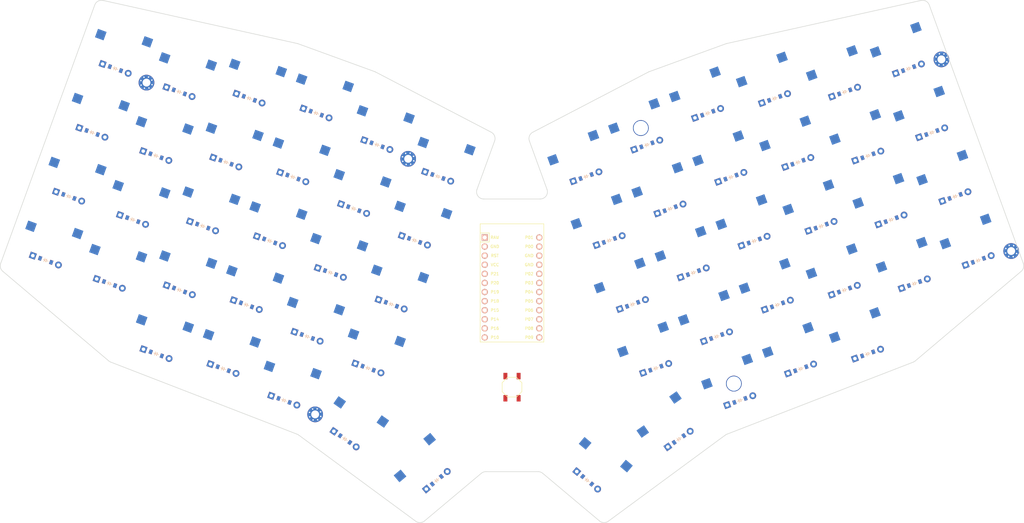
<source format=kicad_pcb>
(kicad_pcb (version 20171130) (host pcbnew 5.1.6)
  (title_block (title "keyboard") (rev "v1.0.0") (company "Unknown"))
  (layers (0 F.Cu signal) (31 B.Cu signal) (34 B.Paste user) (35 F.Paste user) (36 B.SilkS user) (37 F.SilkS user) (38 B.Mask user) (39 F.Mask user) (44 Edge.Cuts user))
  (net 0 "")
  (net 1 "P14")
  (net 2 "outer_bottom")
  (net 3 "outer_home")
  (net 4 "outer_top")
  (net 5 "outer_num")
  (net 6 "P16")
  (net 7 "pinky_bottom")
  (net 8 "pinky_home")
  (net 9 "pinky_top")
  (net 10 "pinky_num")
  (net 11 "ring_mod")
  (net 12 "P10")
  (net 13 "ring_bottom")
  (net 14 "ring_home")
  (net 15 "ring_top")
  (net 16 "ring_num")
  (net 17 "middle_mod")
  (net 18 "P7")
  (net 19 "middle_bottom")
  (net 20 "middle_home")
  (net 21 "middle_top")
  (net 22 "middle_num")
  (net 23 "index_mod")
  (net 24 "P8")
  (net 25 "index_bottom")
  (net 26 "index_home")
  (net 27 "index_top")
  (net 28 "index_num")
  (net 29 "P9")
  (net 30 "inner_bottom")
  (net 31 "inner_home")
  (net 32 "inner_top")
  (net 33 "inner_num")
  (net 34 "layer_cluster")
  (net 35 "space_cluster")
  (net 36 "mirror_outer_bottom")
  (net 37 "mirror_outer_home")
  (net 38 "mirror_outer_top")
  (net 39 "mirror_outer_num")
  (net 40 "mirror_pinky_bottom")
  (net 41 "mirror_pinky_home")
  (net 42 "mirror_pinky_top")
  (net 43 "mirror_pinky_num")
  (net 44 "mirror_ring_mod")
  (net 45 "mirror_ring_bottom")
  (net 46 "mirror_ring_home")
  (net 47 "mirror_ring_top")
  (net 48 "mirror_ring_num")
  (net 49 "mirror_middle_mod")
  (net 50 "mirror_middle_bottom")
  (net 51 "mirror_middle_home")
  (net 52 "mirror_middle_top")
  (net 53 "mirror_middle_num")
  (net 54 "mirror_index_mod")
  (net 55 "mirror_index_bottom")
  (net 56 "mirror_index_home")
  (net 57 "mirror_index_top")
  (net 58 "mirror_index_num")
  (net 59 "mirror_inner_bottom")
  (net 60 "mirror_inner_home")
  (net 61 "mirror_inner_top")
  (net 62 "mirror_inner_num")
  (net 63 "mirror_layer_cluster")
  (net 64 "mirror_space_cluster")
  (net 65 "P18")
  (net 66 "P19")
  (net 67 "P20")
  (net 68 "P21")
  (net 69 "P15")
  (net 70 "P5")
  (net 71 "P4")
  (net 72 "P0")
  (net 73 "P1")
  (net 74 "P6")
  (net 75 "RAW")
  (net 76 "GND")
  (net 77 "RST")
  (net 78 "VCC")
  (net 79 "P2")
  (net 80 "P3")
  (module MX (layer F.Cu) (at 66.2656305 110.3171166 -20)
    (fp_text reference "S1" hide)
    (fp_text value "" hide)
    (pad "" np_thru_hole circle (at 0 0) (size 3.9878 3.9878) (drill 3.9878) (layers *.Cu *.Mask))
    (pad "" np_thru_hole circle (at 5.08 0) (size 1.7018 1.7018) (drill 1.7018) (layers *.Cu *.Mask))
    (pad "" np_thru_hole circle (at -5.08 0) (size 1.7018 1.7018) (drill 1.7018) (layers *.Cu *.Mask))
    (pad "" np_thru_hole circle (at 2.54 -5.08) (size 3 3) (drill 3) (layers *.Cu *.Mask))
    (pad "" np_thru_hole circle (at -3.81 -2.54) (size 3 3) (drill 3) (layers *.Cu *.Mask))
    (pad 1 smd rect (at -7.085 -2.54 -20) (size 2.55 2.5) (layers B.Cu B.Paste B.Mask) (net 1 "P14"))
    (pad 2 smd rect (at 5.842 -5.08 -20) (size 2.55 2.5) (layers B.Cu B.Paste B.Mask) (net 2 "outer_bottom"))
  )
  (module MX (layer F.Cu) (at 72.7640132 92.4629568 -20)
    (fp_text reference "S2" hide)
    (fp_text value "" hide)
    (pad "" np_thru_hole circle (at 0 0) (size 3.9878 3.9878) (drill 3.9878) (layers *.Cu *.Mask))
    (pad "" np_thru_hole circle (at 5.08 0) (size 1.7018 1.7018) (drill 1.7018) (layers *.Cu *.Mask))
    (pad "" np_thru_hole circle (at -5.08 0) (size 1.7018 1.7018) (drill 1.7018) (layers *.Cu *.Mask))
    (pad "" np_thru_hole circle (at 2.54 -5.08) (size 3 3) (drill 3) (layers *.Cu *.Mask))
    (pad "" np_thru_hole circle (at -3.81 -2.54) (size 3 3) (drill 3) (layers *.Cu *.Mask))
    (pad 1 smd rect (at -7.085 -2.54 -20) (size 2.55 2.5) (layers B.Cu B.Paste B.Mask) (net 1 "P14"))
    (pad 2 smd rect (at 5.842 -5.08 -20) (size 2.55 2.5) (layers B.Cu B.Paste B.Mask) (net 3 "outer_home"))
  )
  (module MX (layer F.Cu) (at 79.2623959 74.608797 -20)
    (fp_text reference "S3" hide)
    (fp_text value "" hide)
    (pad "" np_thru_hole circle (at 0 0) (size 3.9878 3.9878) (drill 3.9878) (layers *.Cu *.Mask))
    (pad "" np_thru_hole circle (at 5.08 0) (size 1.7018 1.7018) (drill 1.7018) (layers *.Cu *.Mask))
    (pad "" np_thru_hole circle (at -5.08 0) (size 1.7018 1.7018) (drill 1.7018) (layers *.Cu *.Mask))
    (pad "" np_thru_hole circle (at 2.54 -5.08) (size 3 3) (drill 3) (layers *.Cu *.Mask))
    (pad "" np_thru_hole circle (at -3.81 -2.54) (size 3 3) (drill 3) (layers *.Cu *.Mask))
    (pad 1 smd rect (at -7.085 -2.54 -20) (size 2.55 2.5) (layers B.Cu B.Paste B.Mask) (net 1 "P14"))
    (pad 2 smd rect (at 5.842 -5.08 -20) (size 2.55 2.5) (layers B.Cu B.Paste B.Mask) (net 4 "outer_top"))
  )
  (module MX (layer F.Cu) (at 85.7607786 56.7546372 -20)
    (fp_text reference "S4" hide)
    (fp_text value "" hide)
    (pad "" np_thru_hole circle (at 0 0) (size 3.9878 3.9878) (drill 3.9878) (layers *.Cu *.Mask))
    (pad "" np_thru_hole circle (at 5.08 0) (size 1.7018 1.7018) (drill 1.7018) (layers *.Cu *.Mask))
    (pad "" np_thru_hole circle (at -5.08 0) (size 1.7018 1.7018) (drill 1.7018) (layers *.Cu *.Mask))
    (pad "" np_thru_hole circle (at 2.54 -5.08) (size 3 3) (drill 3) (layers *.Cu *.Mask))
    (pad "" np_thru_hole circle (at -3.81 -2.54) (size 3 3) (drill 3) (layers *.Cu *.Mask))
    (pad 1 smd rect (at -7.085 -2.54 -20) (size 2.55 2.5) (layers B.Cu B.Paste B.Mask) (net 1 "P14"))
    (pad 2 smd rect (at 5.842 -5.08 -20) (size 2.55 2.5) (layers B.Cu B.Paste B.Mask) (net 5 "outer_num"))
  )
  (module MX (layer F.Cu) (at 84.1197903 116.8154993 -20)
    (fp_text reference "S5" hide)
    (fp_text value "" hide)
    (pad "" np_thru_hole circle (at 0 0) (size 3.9878 3.9878) (drill 3.9878) (layers *.Cu *.Mask))
    (pad "" np_thru_hole circle (at 5.08 0) (size 1.7018 1.7018) (drill 1.7018) (layers *.Cu *.Mask))
    (pad "" np_thru_hole circle (at -5.08 0) (size 1.7018 1.7018) (drill 1.7018) (layers *.Cu *.Mask))
    (pad "" np_thru_hole circle (at 2.54 -5.08) (size 3 3) (drill 3) (layers *.Cu *.Mask))
    (pad "" np_thru_hole circle (at -3.81 -2.54) (size 3 3) (drill 3) (layers *.Cu *.Mask))
    (pad 1 smd rect (at -7.085 -2.54 -20) (size 2.55 2.5) (layers B.Cu B.Paste B.Mask) (net 6 "P16"))
    (pad 2 smd rect (at 5.842 -5.08 -20) (size 2.55 2.5) (layers B.Cu B.Paste B.Mask) (net 7 "pinky_bottom"))
  )
  (module MX (layer F.Cu) (at 90.618173 98.9613395 -20)
    (fp_text reference "S6" hide)
    (fp_text value "" hide)
    (pad "" np_thru_hole circle (at 0 0) (size 3.9878 3.9878) (drill 3.9878) (layers *.Cu *.Mask))
    (pad "" np_thru_hole circle (at 5.08 0) (size 1.7018 1.7018) (drill 1.7018) (layers *.Cu *.Mask))
    (pad "" np_thru_hole circle (at -5.08 0) (size 1.7018 1.7018) (drill 1.7018) (layers *.Cu *.Mask))
    (pad "" np_thru_hole circle (at 2.54 -5.08) (size 3 3) (drill 3) (layers *.Cu *.Mask))
    (pad "" np_thru_hole circle (at -3.81 -2.54) (size 3 3) (drill 3) (layers *.Cu *.Mask))
    (pad 1 smd rect (at -7.085 -2.54 -20) (size 2.55 2.5) (layers B.Cu B.Paste B.Mask) (net 6 "P16"))
    (pad 2 smd rect (at 5.842 -5.08 -20) (size 2.55 2.5) (layers B.Cu B.Paste B.Mask) (net 8 "pinky_home"))
  )
  (module MX (layer F.Cu) (at 97.1165557 81.1071797 -20)
    (fp_text reference "S7" hide)
    (fp_text value "" hide)
    (pad "" np_thru_hole circle (at 0 0) (size 3.9878 3.9878) (drill 3.9878) (layers *.Cu *.Mask))
    (pad "" np_thru_hole circle (at 5.08 0) (size 1.7018 1.7018) (drill 1.7018) (layers *.Cu *.Mask))
    (pad "" np_thru_hole circle (at -5.08 0) (size 1.7018 1.7018) (drill 1.7018) (layers *.Cu *.Mask))
    (pad "" np_thru_hole circle (at 2.54 -5.08) (size 3 3) (drill 3) (layers *.Cu *.Mask))
    (pad "" np_thru_hole circle (at -3.81 -2.54) (size 3 3) (drill 3) (layers *.Cu *.Mask))
    (pad 1 smd rect (at -7.085 -2.54 -20) (size 2.55 2.5) (layers B.Cu B.Paste B.Mask) (net 6 "P16"))
    (pad 2 smd rect (at 5.842 -5.08 -20) (size 2.55 2.5) (layers B.Cu B.Paste B.Mask) (net 9 "pinky_top"))
  )
  (module MX (layer F.Cu) (at 103.6149384 63.25302 -20)
    (fp_text reference "S8" hide)
    (fp_text value "" hide)
    (pad "" np_thru_hole circle (at 0 0) (size 3.9878 3.9878) (drill 3.9878) (layers *.Cu *.Mask))
    (pad "" np_thru_hole circle (at 5.08 0) (size 1.7018 1.7018) (drill 1.7018) (layers *.Cu *.Mask))
    (pad "" np_thru_hole circle (at -5.08 0) (size 1.7018 1.7018) (drill 1.7018) (layers *.Cu *.Mask))
    (pad "" np_thru_hole circle (at 2.54 -5.08) (size 3 3) (drill 3) (layers *.Cu *.Mask))
    (pad "" np_thru_hole circle (at -3.81 -2.54) (size 3 3) (drill 3) (layers *.Cu *.Mask))
    (pad 1 smd rect (at -7.085 -2.54 -20) (size 2.55 2.5) (layers B.Cu B.Paste B.Mask) (net 6 "P16"))
    (pad 2 smd rect (at 5.842 -5.08 -20) (size 2.55 2.5) (layers B.Cu B.Paste B.Mask) (net 10 "pinky_num"))
  )
  (module MX (layer F.Cu) (at 97.1856681 136.4695788 -20)
    (fp_text reference "S9" hide)
    (fp_text value "" hide)
    (pad "" np_thru_hole circle (at 0 0) (size 3.9878 3.9878) (drill 3.9878) (layers *.Cu *.Mask))
    (pad "" np_thru_hole circle (at 5.08 0) (size 1.7018 1.7018) (drill 1.7018) (layers *.Cu *.Mask))
    (pad "" np_thru_hole circle (at -5.08 0) (size 1.7018 1.7018) (drill 1.7018) (layers *.Cu *.Mask))
    (pad "" np_thru_hole circle (at 2.54 -5.08) (size 3 3) (drill 3) (layers *.Cu *.Mask))
    (pad "" np_thru_hole circle (at -3.81 -2.54) (size 3 3) (drill 3) (layers *.Cu *.Mask))
    (pad 1 smd rect (at -7.085 -2.54 -20) (size 2.55 2.5) (layers B.Cu B.Paste B.Mask) (net 6 "P16"))
    (pad 2 smd rect (at 5.842 -5.08 -20) (size 2.55 2.5) (layers B.Cu B.Paste B.Mask) (net 11 "ring_mod"))
  )
  (module MX (layer F.Cu) (at 103.6840508 118.615419 -20)
    (fp_text reference "S10" hide)
    (fp_text value "" hide)
    (pad "" np_thru_hole circle (at 0 0) (size 3.9878 3.9878) (drill 3.9878) (layers *.Cu *.Mask))
    (pad "" np_thru_hole circle (at 5.08 0) (size 1.7018 1.7018) (drill 1.7018) (layers *.Cu *.Mask))
    (pad "" np_thru_hole circle (at -5.08 0) (size 1.7018 1.7018) (drill 1.7018) (layers *.Cu *.Mask))
    (pad "" np_thru_hole circle (at 2.54 -5.08) (size 3 3) (drill 3) (layers *.Cu *.Mask))
    (pad "" np_thru_hole circle (at -3.81 -2.54) (size 3 3) (drill 3) (layers *.Cu *.Mask))
    (pad 1 smd rect (at -7.085 -2.54 -20) (size 2.55 2.5) (layers B.Cu B.Paste B.Mask) (net 12 "P10"))
    (pad 2 smd rect (at 5.842 -5.08 -20) (size 2.55 2.5) (layers B.Cu B.Paste B.Mask) (net 13 "ring_bottom"))
  )
  (module MX (layer F.Cu) (at 110.1824335 100.7612592 -20)
    (fp_text reference "S11" hide)
    (fp_text value "" hide)
    (pad "" np_thru_hole circle (at 0 0) (size 3.9878 3.9878) (drill 3.9878) (layers *.Cu *.Mask))
    (pad "" np_thru_hole circle (at 5.08 0) (size 1.7018 1.7018) (drill 1.7018) (layers *.Cu *.Mask))
    (pad "" np_thru_hole circle (at -5.08 0) (size 1.7018 1.7018) (drill 1.7018) (layers *.Cu *.Mask))
    (pad "" np_thru_hole circle (at 2.54 -5.08) (size 3 3) (drill 3) (layers *.Cu *.Mask))
    (pad "" np_thru_hole circle (at -3.81 -2.54) (size 3 3) (drill 3) (layers *.Cu *.Mask))
    (pad 1 smd rect (at -7.085 -2.54 -20) (size 2.55 2.5) (layers B.Cu B.Paste B.Mask) (net 12 "P10"))
    (pad 2 smd rect (at 5.842 -5.08 -20) (size 2.55 2.5) (layers B.Cu B.Paste B.Mask) (net 14 "ring_home"))
  )
  (module MX (layer F.Cu) (at 116.6808162 82.9070994 -20)
    (fp_text reference "S12" hide)
    (fp_text value "" hide)
    (pad "" np_thru_hole circle (at 0 0) (size 3.9878 3.9878) (drill 3.9878) (layers *.Cu *.Mask))
    (pad "" np_thru_hole circle (at 5.08 0) (size 1.7018 1.7018) (drill 1.7018) (layers *.Cu *.Mask))
    (pad "" np_thru_hole circle (at -5.08 0) (size 1.7018 1.7018) (drill 1.7018) (layers *.Cu *.Mask))
    (pad "" np_thru_hole circle (at 2.54 -5.08) (size 3 3) (drill 3) (layers *.Cu *.Mask))
    (pad "" np_thru_hole circle (at -3.81 -2.54) (size 3 3) (drill 3) (layers *.Cu *.Mask))
    (pad 1 smd rect (at -7.085 -2.54 -20) (size 2.55 2.5) (layers B.Cu B.Paste B.Mask) (net 12 "P10"))
    (pad 2 smd rect (at 5.842 -5.08 -20) (size 2.55 2.5) (layers B.Cu B.Paste B.Mask) (net 15 "ring_top"))
  )
  (module MX (layer F.Cu) (at 123.1791989 65.0529396 -20)
    (fp_text reference "S13" hide)
    (fp_text value "" hide)
    (pad "" np_thru_hole circle (at 0 0) (size 3.9878 3.9878) (drill 3.9878) (layers *.Cu *.Mask))
    (pad "" np_thru_hole circle (at 5.08 0) (size 1.7018 1.7018) (drill 1.7018) (layers *.Cu *.Mask))
    (pad "" np_thru_hole circle (at -5.08 0) (size 1.7018 1.7018) (drill 1.7018) (layers *.Cu *.Mask))
    (pad "" np_thru_hole circle (at 2.54 -5.08) (size 3 3) (drill 3) (layers *.Cu *.Mask))
    (pad "" np_thru_hole circle (at -3.81 -2.54) (size 3 3) (drill 3) (layers *.Cu *.Mask))
    (pad 1 smd rect (at -7.085 -2.54 -20) (size 2.55 2.5) (layers B.Cu B.Paste B.Mask) (net 12 "P10"))
    (pad 2 smd rect (at 5.842 -5.08 -20) (size 2.55 2.5) (layers B.Cu B.Paste B.Mask) (net 16 "ring_num"))
  )
  (module MX (layer F.Cu) (at 115.8948782 140.6187299 -20)
    (fp_text reference "S14" hide)
    (fp_text value "" hide)
    (pad "" np_thru_hole circle (at 0 0) (size 3.9878 3.9878) (drill 3.9878) (layers *.Cu *.Mask))
    (pad "" np_thru_hole circle (at 5.08 0) (size 1.7018 1.7018) (drill 1.7018) (layers *.Cu *.Mask))
    (pad "" np_thru_hole circle (at -5.08 0) (size 1.7018 1.7018) (drill 1.7018) (layers *.Cu *.Mask))
    (pad "" np_thru_hole circle (at 2.54 -5.08) (size 3 3) (drill 3) (layers *.Cu *.Mask))
    (pad "" np_thru_hole circle (at -3.81 -2.54) (size 3 3) (drill 3) (layers *.Cu *.Mask))
    (pad 1 smd rect (at -7.085 -2.54 -20) (size 2.55 2.5) (layers B.Cu B.Paste B.Mask) (net 12 "P10"))
    (pad 2 smd rect (at 5.842 -5.08 -20) (size 2.55 2.5) (layers B.Cu B.Paste B.Mask) (net 17 "middle_mod"))
  )
  (module MX (layer F.Cu) (at 122.3932609 122.7645701 -20)
    (fp_text reference "S15" hide)
    (fp_text value "" hide)
    (pad "" np_thru_hole circle (at 0 0) (size 3.9878 3.9878) (drill 3.9878) (layers *.Cu *.Mask))
    (pad "" np_thru_hole circle (at 5.08 0) (size 1.7018 1.7018) (drill 1.7018) (layers *.Cu *.Mask))
    (pad "" np_thru_hole circle (at -5.08 0) (size 1.7018 1.7018) (drill 1.7018) (layers *.Cu *.Mask))
    (pad "" np_thru_hole circle (at 2.54 -5.08) (size 3 3) (drill 3) (layers *.Cu *.Mask))
    (pad "" np_thru_hole circle (at -3.81 -2.54) (size 3 3) (drill 3) (layers *.Cu *.Mask))
    (pad 1 smd rect (at -7.085 -2.54 -20) (size 2.55 2.5) (layers B.Cu B.Paste B.Mask) (net 18 "P7"))
    (pad 2 smd rect (at 5.842 -5.08 -20) (size 2.55 2.5) (layers B.Cu B.Paste B.Mask) (net 19 "middle_bottom"))
  )
  (module MX (layer F.Cu) (at 128.8916437 104.9104103 -20)
    (fp_text reference "S16" hide)
    (fp_text value "" hide)
    (pad "" np_thru_hole circle (at 0 0) (size 3.9878 3.9878) (drill 3.9878) (layers *.Cu *.Mask))
    (pad "" np_thru_hole circle (at 5.08 0) (size 1.7018 1.7018) (drill 1.7018) (layers *.Cu *.Mask))
    (pad "" np_thru_hole circle (at -5.08 0) (size 1.7018 1.7018) (drill 1.7018) (layers *.Cu *.Mask))
    (pad "" np_thru_hole circle (at 2.54 -5.08) (size 3 3) (drill 3) (layers *.Cu *.Mask))
    (pad "" np_thru_hole circle (at -3.81 -2.54) (size 3 3) (drill 3) (layers *.Cu *.Mask))
    (pad 1 smd rect (at -7.085 -2.54 -20) (size 2.55 2.5) (layers B.Cu B.Paste B.Mask) (net 18 "P7"))
    (pad 2 smd rect (at 5.842 -5.08 -20) (size 2.55 2.5) (layers B.Cu B.Paste B.Mask) (net 20 "middle_home"))
  )
  (module MX (layer F.Cu) (at 135.3900264 87.0562505 -20)
    (fp_text reference "S17" hide)
    (fp_text value "" hide)
    (pad "" np_thru_hole circle (at 0 0) (size 3.9878 3.9878) (drill 3.9878) (layers *.Cu *.Mask))
    (pad "" np_thru_hole circle (at 5.08 0) (size 1.7018 1.7018) (drill 1.7018) (layers *.Cu *.Mask))
    (pad "" np_thru_hole circle (at -5.08 0) (size 1.7018 1.7018) (drill 1.7018) (layers *.Cu *.Mask))
    (pad "" np_thru_hole circle (at 2.54 -5.08) (size 3 3) (drill 3) (layers *.Cu *.Mask))
    (pad "" np_thru_hole circle (at -3.81 -2.54) (size 3 3) (drill 3) (layers *.Cu *.Mask))
    (pad 1 smd rect (at -7.085 -2.54 -20) (size 2.55 2.5) (layers B.Cu B.Paste B.Mask) (net 18 "P7"))
    (pad 2 smd rect (at 5.842 -5.08 -20) (size 2.55 2.5) (layers B.Cu B.Paste B.Mask) (net 21 "middle_top"))
  )
  (module MX (layer F.Cu) (at 141.8884091 69.2020907 -20)
    (fp_text reference "S18" hide)
    (fp_text value "" hide)
    (pad "" np_thru_hole circle (at 0 0) (size 3.9878 3.9878) (drill 3.9878) (layers *.Cu *.Mask))
    (pad "" np_thru_hole circle (at 5.08 0) (size 1.7018 1.7018) (drill 1.7018) (layers *.Cu *.Mask))
    (pad "" np_thru_hole circle (at -5.08 0) (size 1.7018 1.7018) (drill 1.7018) (layers *.Cu *.Mask))
    (pad "" np_thru_hole circle (at 2.54 -5.08) (size 3 3) (drill 3) (layers *.Cu *.Mask))
    (pad "" np_thru_hole circle (at -3.81 -2.54) (size 3 3) (drill 3) (layers *.Cu *.Mask))
    (pad 1 smd rect (at -7.085 -2.54 -20) (size 2.55 2.5) (layers B.Cu B.Paste B.Mask) (net 18 "P7"))
    (pad 2 smd rect (at 5.842 -5.08 -20) (size 2.55 2.5) (layers B.Cu B.Paste B.Mask) (net 22 "middle_num"))
  )
  (module MX (layer F.Cu) (at 132.8939876 149.4663442 -20)
    (fp_text reference "S19" hide)
    (fp_text value "" hide)
    (pad "" np_thru_hole circle (at 0 0) (size 3.9878 3.9878) (drill 3.9878) (layers *.Cu *.Mask))
    (pad "" np_thru_hole circle (at 5.08 0) (size 1.7018 1.7018) (drill 1.7018) (layers *.Cu *.Mask))
    (pad "" np_thru_hole circle (at -5.08 0) (size 1.7018 1.7018) (drill 1.7018) (layers *.Cu *.Mask))
    (pad "" np_thru_hole circle (at 2.54 -5.08) (size 3 3) (drill 3) (layers *.Cu *.Mask))
    (pad "" np_thru_hole circle (at -3.81 -2.54) (size 3 3) (drill 3) (layers *.Cu *.Mask))
    (pad 1 smd rect (at -7.085 -2.54 -20) (size 2.55 2.5) (layers B.Cu B.Paste B.Mask) (net 18 "P7"))
    (pad 2 smd rect (at 5.842 -5.08 -20) (size 2.55 2.5) (layers B.Cu B.Paste B.Mask) (net 23 "index_mod"))
  )
  (module MX (layer F.Cu) (at 139.3923704 131.6121844 -20)
    (fp_text reference "S20" hide)
    (fp_text value "" hide)
    (pad "" np_thru_hole circle (at 0 0) (size 3.9878 3.9878) (drill 3.9878) (layers *.Cu *.Mask))
    (pad "" np_thru_hole circle (at 5.08 0) (size 1.7018 1.7018) (drill 1.7018) (layers *.Cu *.Mask))
    (pad "" np_thru_hole circle (at -5.08 0) (size 1.7018 1.7018) (drill 1.7018) (layers *.Cu *.Mask))
    (pad "" np_thru_hole circle (at 2.54 -5.08) (size 3 3) (drill 3) (layers *.Cu *.Mask))
    (pad "" np_thru_hole circle (at -3.81 -2.54) (size 3 3) (drill 3) (layers *.Cu *.Mask))
    (pad 1 smd rect (at -7.085 -2.54 -20) (size 2.55 2.5) (layers B.Cu B.Paste B.Mask) (net 24 "P8"))
    (pad 2 smd rect (at 5.842 -5.08 -20) (size 2.55 2.5) (layers B.Cu B.Paste B.Mask) (net 25 "index_bottom"))
  )
  (module MX (layer F.Cu) (at 145.8907531 113.7580246 -20)
    (fp_text reference "S21" hide)
    (fp_text value "" hide)
    (pad "" np_thru_hole circle (at 0 0) (size 3.9878 3.9878) (drill 3.9878) (layers *.Cu *.Mask))
    (pad "" np_thru_hole circle (at 5.08 0) (size 1.7018 1.7018) (drill 1.7018) (layers *.Cu *.Mask))
    (pad "" np_thru_hole circle (at -5.08 0) (size 1.7018 1.7018) (drill 1.7018) (layers *.Cu *.Mask))
    (pad "" np_thru_hole circle (at 2.54 -5.08) (size 3 3) (drill 3) (layers *.Cu *.Mask))
    (pad "" np_thru_hole circle (at -3.81 -2.54) (size 3 3) (drill 3) (layers *.Cu *.Mask))
    (pad 1 smd rect (at -7.085 -2.54 -20) (size 2.55 2.5) (layers B.Cu B.Paste B.Mask) (net 24 "P8"))
    (pad 2 smd rect (at 5.842 -5.08 -20) (size 2.55 2.5) (layers B.Cu B.Paste B.Mask) (net 26 "index_home"))
  )
  (module MX (layer F.Cu) (at 152.3891358 95.9038648 -20)
    (fp_text reference "S22" hide)
    (fp_text value "" hide)
    (pad "" np_thru_hole circle (at 0 0) (size 3.9878 3.9878) (drill 3.9878) (layers *.Cu *.Mask))
    (pad "" np_thru_hole circle (at 5.08 0) (size 1.7018 1.7018) (drill 1.7018) (layers *.Cu *.Mask))
    (pad "" np_thru_hole circle (at -5.08 0) (size 1.7018 1.7018) (drill 1.7018) (layers *.Cu *.Mask))
    (pad "" np_thru_hole circle (at 2.54 -5.08) (size 3 3) (drill 3) (layers *.Cu *.Mask))
    (pad "" np_thru_hole circle (at -3.81 -2.54) (size 3 3) (drill 3) (layers *.Cu *.Mask))
    (pad 1 smd rect (at -7.085 -2.54 -20) (size 2.55 2.5) (layers B.Cu B.Paste B.Mask) (net 24 "P8"))
    (pad 2 smd rect (at 5.842 -5.08 -20) (size 2.55 2.5) (layers B.Cu B.Paste B.Mask) (net 27 "index_top"))
  )
  (module MX (layer F.Cu) (at 158.8875185 78.049705 -20)
    (fp_text reference "S23" hide)
    (fp_text value "" hide)
    (pad "" np_thru_hole circle (at 0 0) (size 3.9878 3.9878) (drill 3.9878) (layers *.Cu *.Mask))
    (pad "" np_thru_hole circle (at 5.08 0) (size 1.7018 1.7018) (drill 1.7018) (layers *.Cu *.Mask))
    (pad "" np_thru_hole circle (at -5.08 0) (size 1.7018 1.7018) (drill 1.7018) (layers *.Cu *.Mask))
    (pad "" np_thru_hole circle (at 2.54 -5.08) (size 3 3) (drill 3) (layers *.Cu *.Mask))
    (pad "" np_thru_hole circle (at -3.81 -2.54) (size 3 3) (drill 3) (layers *.Cu *.Mask))
    (pad 1 smd rect (at -7.085 -2.54 -20) (size 2.55 2.5) (layers B.Cu B.Paste B.Mask) (net 24 "P8"))
    (pad 2 smd rect (at 5.842 -5.08 -20) (size 2.55 2.5) (layers B.Cu B.Paste B.Mask) (net 28 "index_num"))
  )
  (module MX (layer F.Cu) (at 156.3914798 140.4597987 -20)
    (fp_text reference "S24" hide)
    (fp_text value "" hide)
    (pad "" np_thru_hole circle (at 0 0) (size 3.9878 3.9878) (drill 3.9878) (layers *.Cu *.Mask))
    (pad "" np_thru_hole circle (at 5.08 0) (size 1.7018 1.7018) (drill 1.7018) (layers *.Cu *.Mask))
    (pad "" np_thru_hole circle (at -5.08 0) (size 1.7018 1.7018) (drill 1.7018) (layers *.Cu *.Mask))
    (pad "" np_thru_hole circle (at 2.54 -5.08) (size 3 3) (drill 3) (layers *.Cu *.Mask))
    (pad "" np_thru_hole circle (at -3.81 -2.54) (size 3 3) (drill 3) (layers *.Cu *.Mask))
    (pad 1 smd rect (at -7.085 -2.54 -20) (size 2.55 2.5) (layers B.Cu B.Paste B.Mask) (net 29 "P9"))
    (pad 2 smd rect (at 5.842 -5.08 -20) (size 2.55 2.5) (layers B.Cu B.Paste B.Mask) (net 30 "inner_bottom"))
  )
  (module MX (layer F.Cu) (at 162.8898625 122.6056389 -20)
    (fp_text reference "S25" hide)
    (fp_text value "" hide)
    (pad "" np_thru_hole circle (at 0 0) (size 3.9878 3.9878) (drill 3.9878) (layers *.Cu *.Mask))
    (pad "" np_thru_hole circle (at 5.08 0) (size 1.7018 1.7018) (drill 1.7018) (layers *.Cu *.Mask))
    (pad "" np_thru_hole circle (at -5.08 0) (size 1.7018 1.7018) (drill 1.7018) (layers *.Cu *.Mask))
    (pad "" np_thru_hole circle (at 2.54 -5.08) (size 3 3) (drill 3) (layers *.Cu *.Mask))
    (pad "" np_thru_hole circle (at -3.81 -2.54) (size 3 3) (drill 3) (layers *.Cu *.Mask))
    (pad 1 smd rect (at -7.085 -2.54 -20) (size 2.55 2.5) (layers B.Cu B.Paste B.Mask) (net 29 "P9"))
    (pad 2 smd rect (at 5.842 -5.08 -20) (size 2.55 2.5) (layers B.Cu B.Paste B.Mask) (net 31 "inner_home"))
  )
  (module MX (layer F.Cu) (at 169.3882452 104.7514791 -20)
    (fp_text reference "S26" hide)
    (fp_text value "" hide)
    (pad "" np_thru_hole circle (at 0 0) (size 3.9878 3.9878) (drill 3.9878) (layers *.Cu *.Mask))
    (pad "" np_thru_hole circle (at 5.08 0) (size 1.7018 1.7018) (drill 1.7018) (layers *.Cu *.Mask))
    (pad "" np_thru_hole circle (at -5.08 0) (size 1.7018 1.7018) (drill 1.7018) (layers *.Cu *.Mask))
    (pad "" np_thru_hole circle (at 2.54 -5.08) (size 3 3) (drill 3) (layers *.Cu *.Mask))
    (pad "" np_thru_hole circle (at -3.81 -2.54) (size 3 3) (drill 3) (layers *.Cu *.Mask))
    (pad 1 smd rect (at -7.085 -2.54 -20) (size 2.55 2.5) (layers B.Cu B.Paste B.Mask) (net 29 "P9"))
    (pad 2 smd rect (at 5.842 -5.08 -20) (size 2.55 2.5) (layers B.Cu B.Paste B.Mask) (net 32 "inner_top"))
  )
  (module MX (layer F.Cu) (at 175.886628 86.8973193 -20)
    (fp_text reference "S27" hide)
    (fp_text value "" hide)
    (pad "" np_thru_hole circle (at 0 0) (size 3.9878 3.9878) (drill 3.9878) (layers *.Cu *.Mask))
    (pad "" np_thru_hole circle (at 5.08 0) (size 1.7018 1.7018) (drill 1.7018) (layers *.Cu *.Mask))
    (pad "" np_thru_hole circle (at -5.08 0) (size 1.7018 1.7018) (drill 1.7018) (layers *.Cu *.Mask))
    (pad "" np_thru_hole circle (at 2.54 -5.08) (size 3 3) (drill 3) (layers *.Cu *.Mask))
    (pad "" np_thru_hole circle (at -3.81 -2.54) (size 3 3) (drill 3) (layers *.Cu *.Mask))
    (pad 1 smd rect (at -7.085 -2.54 -20) (size 2.55 2.5) (layers B.Cu B.Paste B.Mask) (net 29 "P9"))
    (pad 2 smd rect (at 5.842 -5.08 -20) (size 2.55 2.5) (layers B.Cu B.Paste B.Mask) (net 33 "inner_num"))
  )
  (module MX (layer F.Cu) (at 151.088442 160.877384 -35)
    (fp_text reference "S28" hide)
    (fp_text value "" hide)
    (pad "" np_thru_hole circle (at 0 0) (size 3.9878 3.9878) (drill 3.9878) (layers *.Cu *.Mask))
    (pad "" np_thru_hole circle (at 5.08 0) (size 1.7018 1.7018) (drill 1.7018) (layers *.Cu *.Mask))
    (pad "" np_thru_hole circle (at -5.08 0) (size 1.7018 1.7018) (drill 1.7018) (layers *.Cu *.Mask))
    (pad "" np_thru_hole circle (at 2.54 -5.08) (size 3 3) (drill 3) (layers *.Cu *.Mask))
    (pad "" np_thru_hole circle (at -3.81 -2.54) (size 3 3) (drill 3) (layers *.Cu *.Mask))
    (pad 1 smd rect (at -7.085 -2.54 -35) (size 2.55 2.5) (layers B.Cu B.Paste B.Mask) (net 24 "P8"))
    (pad 2 smd rect (at 5.842 -5.08 -35) (size 2.55 2.5) (layers B.Cu B.Paste B.Mask) (net 34 "layer_cluster"))
  )
  (module MX (layer F.Cu) (at 170.6565017 172.6580118 40)
    (fp_text reference "S29" hide)
    (fp_text value "" hide)
    (pad "" np_thru_hole circle (at 0 0) (size 3.9878 3.9878) (drill 3.9878) (layers *.Cu *.Mask))
    (pad "" np_thru_hole circle (at 5.08 0) (size 1.7018 1.7018) (drill 1.7018) (layers *.Cu *.Mask))
    (pad "" np_thru_hole circle (at -5.08 0) (size 1.7018 1.7018) (drill 1.7018) (layers *.Cu *.Mask))
    (pad "" np_thru_hole circle (at 2.54 -5.08) (size 3 3) (drill 3) (layers *.Cu *.Mask))
    (pad "" np_thru_hole circle (at -3.81 -2.54) (size 3 3) (drill 3) (layers *.Cu *.Mask))
    (pad 1 smd rect (at -7.085 -2.54 40) (size 2.55 2.5) (layers B.Cu B.Paste B.Mask) (net 29 "P9"))
    (pad 2 smd rect (at 5.842 -5.08 40) (size 2.55 2.5) (layers B.Cu B.Paste B.Mask) (net 35 "space_cluster"))
  )
  (module MX (layer F.Cu) (at 323.5076255 110.3171166 20)
    (fp_text reference "S30" hide)
    (fp_text value "" hide)
    (pad "" np_thru_hole circle (at 0 0) (size 3.9878 3.9878) (drill 3.9878) (layers *.Cu *.Mask))
    (pad "" np_thru_hole circle (at 5.08 0) (size 1.7018 1.7018) (drill 1.7018) (layers *.Cu *.Mask))
    (pad "" np_thru_hole circle (at -5.08 0) (size 1.7018 1.7018) (drill 1.7018) (layers *.Cu *.Mask))
    (pad "" np_thru_hole circle (at 2.54 -5.08) (size 3 3) (drill 3) (layers *.Cu *.Mask))
    (pad "" np_thru_hole circle (at -3.81 -2.54) (size 3 3) (drill 3) (layers *.Cu *.Mask))
    (pad 1 smd rect (at -7.085 -2.54 20) (size 2.55 2.5) (layers B.Cu B.Paste B.Mask) (net 1 "P14"))
    (pad 2 smd rect (at 5.842 -5.08 20) (size 2.55 2.5) (layers B.Cu B.Paste B.Mask) (net 36 "mirror_outer_bottom"))
  )
  (module MX (layer F.Cu) (at 317.00924280000004 92.4629568 20)
    (fp_text reference "S31" hide)
    (fp_text value "" hide)
    (pad "" np_thru_hole circle (at 0 0) (size 3.9878 3.9878) (drill 3.9878) (layers *.Cu *.Mask))
    (pad "" np_thru_hole circle (at 5.08 0) (size 1.7018 1.7018) (drill 1.7018) (layers *.Cu *.Mask))
    (pad "" np_thru_hole circle (at -5.08 0) (size 1.7018 1.7018) (drill 1.7018) (layers *.Cu *.Mask))
    (pad "" np_thru_hole circle (at 2.54 -5.08) (size 3 3) (drill 3) (layers *.Cu *.Mask))
    (pad "" np_thru_hole circle (at -3.81 -2.54) (size 3 3) (drill 3) (layers *.Cu *.Mask))
    (pad 1 smd rect (at -7.085 -2.54 20) (size 2.55 2.5) (layers B.Cu B.Paste B.Mask) (net 1 "P14"))
    (pad 2 smd rect (at 5.842 -5.08 20) (size 2.55 2.5) (layers B.Cu B.Paste B.Mask) (net 37 "mirror_outer_home"))
  )
  (module MX (layer F.Cu) (at 310.5108601 74.608797 20)
    (fp_text reference "S32" hide)
    (fp_text value "" hide)
    (pad "" np_thru_hole circle (at 0 0) (size 3.9878 3.9878) (drill 3.9878) (layers *.Cu *.Mask))
    (pad "" np_thru_hole circle (at 5.08 0) (size 1.7018 1.7018) (drill 1.7018) (layers *.Cu *.Mask))
    (pad "" np_thru_hole circle (at -5.08 0) (size 1.7018 1.7018) (drill 1.7018) (layers *.Cu *.Mask))
    (pad "" np_thru_hole circle (at 2.54 -5.08) (size 3 3) (drill 3) (layers *.Cu *.Mask))
    (pad "" np_thru_hole circle (at -3.81 -2.54) (size 3 3) (drill 3) (layers *.Cu *.Mask))
    (pad 1 smd rect (at -7.085 -2.54 20) (size 2.55 2.5) (layers B.Cu B.Paste B.Mask) (net 1 "P14"))
    (pad 2 smd rect (at 5.842 -5.08 20) (size 2.55 2.5) (layers B.Cu B.Paste B.Mask) (net 38 "mirror_outer_top"))
  )
  (module MX (layer F.Cu) (at 304.0124774 56.7546372 20)
    (fp_text reference "S33" hide)
    (fp_text value "" hide)
    (pad "" np_thru_hole circle (at 0 0) (size 3.9878 3.9878) (drill 3.9878) (layers *.Cu *.Mask))
    (pad "" np_thru_hole circle (at 5.08 0) (size 1.7018 1.7018) (drill 1.7018) (layers *.Cu *.Mask))
    (pad "" np_thru_hole circle (at -5.08 0) (size 1.7018 1.7018) (drill 1.7018) (layers *.Cu *.Mask))
    (pad "" np_thru_hole circle (at 2.54 -5.08) (size 3 3) (drill 3) (layers *.Cu *.Mask))
    (pad "" np_thru_hole circle (at -3.81 -2.54) (size 3 3) (drill 3) (layers *.Cu *.Mask))
    (pad 1 smd rect (at -7.085 -2.54 20) (size 2.55 2.5) (layers B.Cu B.Paste B.Mask) (net 1 "P14"))
    (pad 2 smd rect (at 5.842 -5.08 20) (size 2.55 2.5) (layers B.Cu B.Paste B.Mask) (net 39 "mirror_outer_num"))
  )
  (module MX (layer F.Cu) (at 305.65346569999997 116.8154993 20)
    (fp_text reference "S34" hide)
    (fp_text value "" hide)
    (pad "" np_thru_hole circle (at 0 0) (size 3.9878 3.9878) (drill 3.9878) (layers *.Cu *.Mask))
    (pad "" np_thru_hole circle (at 5.08 0) (size 1.7018 1.7018) (drill 1.7018) (layers *.Cu *.Mask))
    (pad "" np_thru_hole circle (at -5.08 0) (size 1.7018 1.7018) (drill 1.7018) (layers *.Cu *.Mask))
    (pad "" np_thru_hole circle (at 2.54 -5.08) (size 3 3) (drill 3) (layers *.Cu *.Mask))
    (pad "" np_thru_hole circle (at -3.81 -2.54) (size 3 3) (drill 3) (layers *.Cu *.Mask))
    (pad 1 smd rect (at -7.085 -2.54 20) (size 2.55 2.5) (layers B.Cu B.Paste B.Mask) (net 6 "P16"))
    (pad 2 smd rect (at 5.842 -5.08 20) (size 2.55 2.5) (layers B.Cu B.Paste B.Mask) (net 40 "mirror_pinky_bottom"))
  )
  (module MX (layer F.Cu) (at 299.155083 98.9613395 20)
    (fp_text reference "S35" hide)
    (fp_text value "" hide)
    (pad "" np_thru_hole circle (at 0 0) (size 3.9878 3.9878) (drill 3.9878) (layers *.Cu *.Mask))
    (pad "" np_thru_hole circle (at 5.08 0) (size 1.7018 1.7018) (drill 1.7018) (layers *.Cu *.Mask))
    (pad "" np_thru_hole circle (at -5.08 0) (size 1.7018 1.7018) (drill 1.7018) (layers *.Cu *.Mask))
    (pad "" np_thru_hole circle (at 2.54 -5.08) (size 3 3) (drill 3) (layers *.Cu *.Mask))
    (pad "" np_thru_hole circle (at -3.81 -2.54) (size 3 3) (drill 3) (layers *.Cu *.Mask))
    (pad 1 smd rect (at -7.085 -2.54 20) (size 2.55 2.5) (layers B.Cu B.Paste B.Mask) (net 6 "P16"))
    (pad 2 smd rect (at 5.842 -5.08 20) (size 2.55 2.5) (layers B.Cu B.Paste B.Mask) (net 41 "mirror_pinky_home"))
  )
  (module MX (layer F.Cu) (at 292.6567003 81.1071797 20)
    (fp_text reference "S36" hide)
    (fp_text value "" hide)
    (pad "" np_thru_hole circle (at 0 0) (size 3.9878 3.9878) (drill 3.9878) (layers *.Cu *.Mask))
    (pad "" np_thru_hole circle (at 5.08 0) (size 1.7018 1.7018) (drill 1.7018) (layers *.Cu *.Mask))
    (pad "" np_thru_hole circle (at -5.08 0) (size 1.7018 1.7018) (drill 1.7018) (layers *.Cu *.Mask))
    (pad "" np_thru_hole circle (at 2.54 -5.08) (size 3 3) (drill 3) (layers *.Cu *.Mask))
    (pad "" np_thru_hole circle (at -3.81 -2.54) (size 3 3) (drill 3) (layers *.Cu *.Mask))
    (pad 1 smd rect (at -7.085 -2.54 20) (size 2.55 2.5) (layers B.Cu B.Paste B.Mask) (net 6 "P16"))
    (pad 2 smd rect (at 5.842 -5.08 20) (size 2.55 2.5) (layers B.Cu B.Paste B.Mask) (net 42 "mirror_pinky_top"))
  )
  (module MX (layer F.Cu) (at 286.15831760000003 63.25302 20)
    (fp_text reference "S37" hide)
    (fp_text value "" hide)
    (pad "" np_thru_hole circle (at 0 0) (size 3.9878 3.9878) (drill 3.9878) (layers *.Cu *.Mask))
    (pad "" np_thru_hole circle (at 5.08 0) (size 1.7018 1.7018) (drill 1.7018) (layers *.Cu *.Mask))
    (pad "" np_thru_hole circle (at -5.08 0) (size 1.7018 1.7018) (drill 1.7018) (layers *.Cu *.Mask))
    (pad "" np_thru_hole circle (at 2.54 -5.08) (size 3 3) (drill 3) (layers *.Cu *.Mask))
    (pad "" np_thru_hole circle (at -3.81 -2.54) (size 3 3) (drill 3) (layers *.Cu *.Mask))
    (pad 1 smd rect (at -7.085 -2.54 20) (size 2.55 2.5) (layers B.Cu B.Paste B.Mask) (net 6 "P16"))
    (pad 2 smd rect (at 5.842 -5.08 20) (size 2.55 2.5) (layers B.Cu B.Paste B.Mask) (net 43 "mirror_pinky_num"))
  )
  (module MX (layer F.Cu) (at 292.5875879 136.4695788 20)
    (fp_text reference "S38" hide)
    (fp_text value "" hide)
    (pad "" np_thru_hole circle (at 0 0) (size 3.9878 3.9878) (drill 3.9878) (layers *.Cu *.Mask))
    (pad "" np_thru_hole circle (at 5.08 0) (size 1.7018 1.7018) (drill 1.7018) (layers *.Cu *.Mask))
    (pad "" np_thru_hole circle (at -5.08 0) (size 1.7018 1.7018) (drill 1.7018) (layers *.Cu *.Mask))
    (pad "" np_thru_hole circle (at 2.54 -5.08) (size 3 3) (drill 3) (layers *.Cu *.Mask))
    (pad "" np_thru_hole circle (at -3.81 -2.54) (size 3 3) (drill 3) (layers *.Cu *.Mask))
    (pad 1 smd rect (at -7.085 -2.54 20) (size 2.55 2.5) (layers B.Cu B.Paste B.Mask) (net 6 "P16"))
    (pad 2 smd rect (at 5.842 -5.08 20) (size 2.55 2.5) (layers B.Cu B.Paste B.Mask) (net 44 "mirror_ring_mod"))
  )
  (module MX (layer F.Cu) (at 286.08920520000004 118.615419 20)
    (fp_text reference "S39" hide)
    (fp_text value "" hide)
    (pad "" np_thru_hole circle (at 0 0) (size 3.9878 3.9878) (drill 3.9878) (layers *.Cu *.Mask))
    (pad "" np_thru_hole circle (at 5.08 0) (size 1.7018 1.7018) (drill 1.7018) (layers *.Cu *.Mask))
    (pad "" np_thru_hole circle (at -5.08 0) (size 1.7018 1.7018) (drill 1.7018) (layers *.Cu *.Mask))
    (pad "" np_thru_hole circle (at 2.54 -5.08) (size 3 3) (drill 3) (layers *.Cu *.Mask))
    (pad "" np_thru_hole circle (at -3.81 -2.54) (size 3 3) (drill 3) (layers *.Cu *.Mask))
    (pad 1 smd rect (at -7.085 -2.54 20) (size 2.55 2.5) (layers B.Cu B.Paste B.Mask) (net 12 "P10"))
    (pad 2 smd rect (at 5.842 -5.08 20) (size 2.55 2.5) (layers B.Cu B.Paste B.Mask) (net 45 "mirror_ring_bottom"))
  )
  (module MX (layer F.Cu) (at 279.5908225 100.7612592 20)
    (fp_text reference "S40" hide)
    (fp_text value "" hide)
    (pad "" np_thru_hole circle (at 0 0) (size 3.9878 3.9878) (drill 3.9878) (layers *.Cu *.Mask))
    (pad "" np_thru_hole circle (at 5.08 0) (size 1.7018 1.7018) (drill 1.7018) (layers *.Cu *.Mask))
    (pad "" np_thru_hole circle (at -5.08 0) (size 1.7018 1.7018) (drill 1.7018) (layers *.Cu *.Mask))
    (pad "" np_thru_hole circle (at 2.54 -5.08) (size 3 3) (drill 3) (layers *.Cu *.Mask))
    (pad "" np_thru_hole circle (at -3.81 -2.54) (size 3 3) (drill 3) (layers *.Cu *.Mask))
    (pad 1 smd rect (at -7.085 -2.54 20) (size 2.55 2.5) (layers B.Cu B.Paste B.Mask) (net 12 "P10"))
    (pad 2 smd rect (at 5.842 -5.08 20) (size 2.55 2.5) (layers B.Cu B.Paste B.Mask) (net 46 "mirror_ring_home"))
  )
  (module MX (layer F.Cu) (at 273.0924398 82.9070994 20)
    (fp_text reference "S41" hide)
    (fp_text value "" hide)
    (pad "" np_thru_hole circle (at 0 0) (size 3.9878 3.9878) (drill 3.9878) (layers *.Cu *.Mask))
    (pad "" np_thru_hole circle (at 5.08 0) (size 1.7018 1.7018) (drill 1.7018) (layers *.Cu *.Mask))
    (pad "" np_thru_hole circle (at -5.08 0) (size 1.7018 1.7018) (drill 1.7018) (layers *.Cu *.Mask))
    (pad "" np_thru_hole circle (at 2.54 -5.08) (size 3 3) (drill 3) (layers *.Cu *.Mask))
    (pad "" np_thru_hole circle (at -3.81 -2.54) (size 3 3) (drill 3) (layers *.Cu *.Mask))
    (pad 1 smd rect (at -7.085 -2.54 20) (size 2.55 2.5) (layers B.Cu B.Paste B.Mask) (net 12 "P10"))
    (pad 2 smd rect (at 5.842 -5.08 20) (size 2.55 2.5) (layers B.Cu B.Paste B.Mask) (net 47 "mirror_ring_top"))
  )
  (module MX (layer F.Cu) (at 266.5940571 65.0529396 20)
    (fp_text reference "S42" hide)
    (fp_text value "" hide)
    (pad "" np_thru_hole circle (at 0 0) (size 3.9878 3.9878) (drill 3.9878) (layers *.Cu *.Mask))
    (pad "" np_thru_hole circle (at 5.08 0) (size 1.7018 1.7018) (drill 1.7018) (layers *.Cu *.Mask))
    (pad "" np_thru_hole circle (at -5.08 0) (size 1.7018 1.7018) (drill 1.7018) (layers *.Cu *.Mask))
    (pad "" np_thru_hole circle (at 2.54 -5.08) (size 3 3) (drill 3) (layers *.Cu *.Mask))
    (pad "" np_thru_hole circle (at -3.81 -2.54) (size 3 3) (drill 3) (layers *.Cu *.Mask))
    (pad 1 smd rect (at -7.085 -2.54 20) (size 2.55 2.5) (layers B.Cu B.Paste B.Mask) (net 12 "P10"))
    (pad 2 smd rect (at 5.842 -5.08 20) (size 2.55 2.5) (layers B.Cu B.Paste B.Mask) (net 48 "mirror_ring_num"))
  )
  (module MX (layer F.Cu) (at 273.8783778 140.6187299 20)
    (fp_text reference "S43" hide)
    (fp_text value "" hide)
    (pad "" np_thru_hole circle (at 0 0) (size 3.9878 3.9878) (drill 3.9878) (layers *.Cu *.Mask))
    (pad "" np_thru_hole circle (at 5.08 0) (size 1.7018 1.7018) (drill 1.7018) (layers *.Cu *.Mask))
    (pad "" np_thru_hole circle (at -5.08 0) (size 1.7018 1.7018) (drill 1.7018) (layers *.Cu *.Mask))
    (pad "" np_thru_hole circle (at 2.54 -5.08) (size 3 3) (drill 3) (layers *.Cu *.Mask))
    (pad "" np_thru_hole circle (at -3.81 -2.54) (size 3 3) (drill 3) (layers *.Cu *.Mask))
    (pad 1 smd rect (at -7.085 -2.54 20) (size 2.55 2.5) (layers B.Cu B.Paste B.Mask) (net 12 "P10"))
    (pad 2 smd rect (at 5.842 -5.08 20) (size 2.55 2.5) (layers B.Cu B.Paste B.Mask) (net 49 "mirror_middle_mod"))
  )
  (module MX (layer F.Cu) (at 267.3799951 122.7645701 20)
    (fp_text reference "S44" hide)
    (fp_text value "" hide)
    (pad "" np_thru_hole circle (at 0 0) (size 3.9878 3.9878) (drill 3.9878) (layers *.Cu *.Mask))
    (pad "" np_thru_hole circle (at 5.08 0) (size 1.7018 1.7018) (drill 1.7018) (layers *.Cu *.Mask))
    (pad "" np_thru_hole circle (at -5.08 0) (size 1.7018 1.7018) (drill 1.7018) (layers *.Cu *.Mask))
    (pad "" np_thru_hole circle (at 2.54 -5.08) (size 3 3) (drill 3) (layers *.Cu *.Mask))
    (pad "" np_thru_hole circle (at -3.81 -2.54) (size 3 3) (drill 3) (layers *.Cu *.Mask))
    (pad 1 smd rect (at -7.085 -2.54 20) (size 2.55 2.5) (layers B.Cu B.Paste B.Mask) (net 18 "P7"))
    (pad 2 smd rect (at 5.842 -5.08 20) (size 2.55 2.5) (layers B.Cu B.Paste B.Mask) (net 50 "mirror_middle_bottom"))
  )
  (module MX (layer F.Cu) (at 260.88161230000003 104.9104103 20)
    (fp_text reference "S45" hide)
    (fp_text value "" hide)
    (pad "" np_thru_hole circle (at 0 0) (size 3.9878 3.9878) (drill 3.9878) (layers *.Cu *.Mask))
    (pad "" np_thru_hole circle (at 5.08 0) (size 1.7018 1.7018) (drill 1.7018) (layers *.Cu *.Mask))
    (pad "" np_thru_hole circle (at -5.08 0) (size 1.7018 1.7018) (drill 1.7018) (layers *.Cu *.Mask))
    (pad "" np_thru_hole circle (at 2.54 -5.08) (size 3 3) (drill 3) (layers *.Cu *.Mask))
    (pad "" np_thru_hole circle (at -3.81 -2.54) (size 3 3) (drill 3) (layers *.Cu *.Mask))
    (pad 1 smd rect (at -7.085 -2.54 20) (size 2.55 2.5) (layers B.Cu B.Paste B.Mask) (net 18 "P7"))
    (pad 2 smd rect (at 5.842 -5.08 20) (size 2.55 2.5) (layers B.Cu B.Paste B.Mask) (net 51 "mirror_middle_home"))
  )
  (module MX (layer F.Cu) (at 254.3832296 87.0562505 20)
    (fp_text reference "S46" hide)
    (fp_text value "" hide)
    (pad "" np_thru_hole circle (at 0 0) (size 3.9878 3.9878) (drill 3.9878) (layers *.Cu *.Mask))
    (pad "" np_thru_hole circle (at 5.08 0) (size 1.7018 1.7018) (drill 1.7018) (layers *.Cu *.Mask))
    (pad "" np_thru_hole circle (at -5.08 0) (size 1.7018 1.7018) (drill 1.7018) (layers *.Cu *.Mask))
    (pad "" np_thru_hole circle (at 2.54 -5.08) (size 3 3) (drill 3) (layers *.Cu *.Mask))
    (pad "" np_thru_hole circle (at -3.81 -2.54) (size 3 3) (drill 3) (layers *.Cu *.Mask))
    (pad 1 smd rect (at -7.085 -2.54 20) (size 2.55 2.5) (layers B.Cu B.Paste B.Mask) (net 18 "P7"))
    (pad 2 smd rect (at 5.842 -5.08 20) (size 2.55 2.5) (layers B.Cu B.Paste B.Mask) (net 52 "mirror_middle_top"))
  )
  (module MX (layer F.Cu) (at 247.8848469 69.2020907 20)
    (fp_text reference "S47" hide)
    (fp_text value "" hide)
    (pad "" np_thru_hole circle (at 0 0) (size 3.9878 3.9878) (drill 3.9878) (layers *.Cu *.Mask))
    (pad "" np_thru_hole circle (at 5.08 0) (size 1.7018 1.7018) (drill 1.7018) (layers *.Cu *.Mask))
    (pad "" np_thru_hole circle (at -5.08 0) (size 1.7018 1.7018) (drill 1.7018) (layers *.Cu *.Mask))
    (pad "" np_thru_hole circle (at 2.54 -5.08) (size 3 3) (drill 3) (layers *.Cu *.Mask))
    (pad "" np_thru_hole circle (at -3.81 -2.54) (size 3 3) (drill 3) (layers *.Cu *.Mask))
    (pad 1 smd rect (at -7.085 -2.54 20) (size 2.55 2.5) (layers B.Cu B.Paste B.Mask) (net 18 "P7"))
    (pad 2 smd rect (at 5.842 -5.08 20) (size 2.55 2.5) (layers B.Cu B.Paste B.Mask) (net 53 "mirror_middle_num"))
  )
  (module MX (layer F.Cu) (at 256.8792684 149.4663442 20)
    (fp_text reference "S48" hide)
    (fp_text value "" hide)
    (pad "" np_thru_hole circle (at 0 0) (size 3.9878 3.9878) (drill 3.9878) (layers *.Cu *.Mask))
    (pad "" np_thru_hole circle (at 5.08 0) (size 1.7018 1.7018) (drill 1.7018) (layers *.Cu *.Mask))
    (pad "" np_thru_hole circle (at -5.08 0) (size 1.7018 1.7018) (drill 1.7018) (layers *.Cu *.Mask))
    (pad "" np_thru_hole circle (at 2.54 -5.08) (size 3 3) (drill 3) (layers *.Cu *.Mask))
    (pad "" np_thru_hole circle (at -3.81 -2.54) (size 3 3) (drill 3) (layers *.Cu *.Mask))
    (pad 1 smd rect (at -7.085 -2.54 20) (size 2.55 2.5) (layers B.Cu B.Paste B.Mask) (net 18 "P7"))
    (pad 2 smd rect (at 5.842 -5.08 20) (size 2.55 2.5) (layers B.Cu B.Paste B.Mask) (net 54 "mirror_index_mod"))
  )
  (module MX (layer F.Cu) (at 250.3808856 131.6121844 20)
    (fp_text reference "S49" hide)
    (fp_text value "" hide)
    (pad "" np_thru_hole circle (at 0 0) (size 3.9878 3.9878) (drill 3.9878) (layers *.Cu *.Mask))
    (pad "" np_thru_hole circle (at 5.08 0) (size 1.7018 1.7018) (drill 1.7018) (layers *.Cu *.Mask))
    (pad "" np_thru_hole circle (at -5.08 0) (size 1.7018 1.7018) (drill 1.7018) (layers *.Cu *.Mask))
    (pad "" np_thru_hole circle (at 2.54 -5.08) (size 3 3) (drill 3) (layers *.Cu *.Mask))
    (pad "" np_thru_hole circle (at -3.81 -2.54) (size 3 3) (drill 3) (layers *.Cu *.Mask))
    (pad 1 smd rect (at -7.085 -2.54 20) (size 2.55 2.5) (layers B.Cu B.Paste B.Mask) (net 24 "P8"))
    (pad 2 smd rect (at 5.842 -5.08 20) (size 2.55 2.5) (layers B.Cu B.Paste B.Mask) (net 55 "mirror_index_bottom"))
  )
  (module MX (layer F.Cu) (at 243.8825029 113.7580246 20)
    (fp_text reference "S50" hide)
    (fp_text value "" hide)
    (pad "" np_thru_hole circle (at 0 0) (size 3.9878 3.9878) (drill 3.9878) (layers *.Cu *.Mask))
    (pad "" np_thru_hole circle (at 5.08 0) (size 1.7018 1.7018) (drill 1.7018) (layers *.Cu *.Mask))
    (pad "" np_thru_hole circle (at -5.08 0) (size 1.7018 1.7018) (drill 1.7018) (layers *.Cu *.Mask))
    (pad "" np_thru_hole circle (at 2.54 -5.08) (size 3 3) (drill 3) (layers *.Cu *.Mask))
    (pad "" np_thru_hole circle (at -3.81 -2.54) (size 3 3) (drill 3) (layers *.Cu *.Mask))
    (pad 1 smd rect (at -7.085 -2.54 20) (size 2.55 2.5) (layers B.Cu B.Paste B.Mask) (net 24 "P8"))
    (pad 2 smd rect (at 5.842 -5.08 20) (size 2.55 2.5) (layers B.Cu B.Paste B.Mask) (net 56 "mirror_index_home"))
  )
  (module MX (layer F.Cu) (at 237.3841202 95.9038648 20)
    (fp_text reference "S51" hide)
    (fp_text value "" hide)
    (pad "" np_thru_hole circle (at 0 0) (size 3.9878 3.9878) (drill 3.9878) (layers *.Cu *.Mask))
    (pad "" np_thru_hole circle (at 5.08 0) (size 1.7018 1.7018) (drill 1.7018) (layers *.Cu *.Mask))
    (pad "" np_thru_hole circle (at -5.08 0) (size 1.7018 1.7018) (drill 1.7018) (layers *.Cu *.Mask))
    (pad "" np_thru_hole circle (at 2.54 -5.08) (size 3 3) (drill 3) (layers *.Cu *.Mask))
    (pad "" np_thru_hole circle (at -3.81 -2.54) (size 3 3) (drill 3) (layers *.Cu *.Mask))
    (pad 1 smd rect (at -7.085 -2.54 20) (size 2.55 2.5) (layers B.Cu B.Paste B.Mask) (net 24 "P8"))
    (pad 2 smd rect (at 5.842 -5.08 20) (size 2.55 2.5) (layers B.Cu B.Paste B.Mask) (net 57 "mirror_index_top"))
  )
  (module MX (layer F.Cu) (at 230.8857375 78.049705 20)
    (fp_text reference "S52" hide)
    (fp_text value "" hide)
    (pad "" np_thru_hole circle (at 0 0) (size 3.9878 3.9878) (drill 3.9878) (layers *.Cu *.Mask))
    (pad "" np_thru_hole circle (at 5.08 0) (size 1.7018 1.7018) (drill 1.7018) (layers *.Cu *.Mask))
    (pad "" np_thru_hole circle (at -5.08 0) (size 1.7018 1.7018) (drill 1.7018) (layers *.Cu *.Mask))
    (pad "" np_thru_hole circle (at 2.54 -5.08) (size 3 3) (drill 3) (layers *.Cu *.Mask))
    (pad "" np_thru_hole circle (at -3.81 -2.54) (size 3 3) (drill 3) (layers *.Cu *.Mask))
    (pad 1 smd rect (at -7.085 -2.54 20) (size 2.55 2.5) (layers B.Cu B.Paste B.Mask) (net 24 "P8"))
    (pad 2 smd rect (at 5.842 -5.08 20) (size 2.55 2.5) (layers B.Cu B.Paste B.Mask) (net 58 "mirror_index_num"))
  )
  (module MX (layer F.Cu) (at 233.3817762 140.4597987 20)
    (fp_text reference "S53" hide)
    (fp_text value "" hide)
    (pad "" np_thru_hole circle (at 0 0) (size 3.9878 3.9878) (drill 3.9878) (layers *.Cu *.Mask))
    (pad "" np_thru_hole circle (at 5.08 0) (size 1.7018 1.7018) (drill 1.7018) (layers *.Cu *.Mask))
    (pad "" np_thru_hole circle (at -5.08 0) (size 1.7018 1.7018) (drill 1.7018) (layers *.Cu *.Mask))
    (pad "" np_thru_hole circle (at 2.54 -5.08) (size 3 3) (drill 3) (layers *.Cu *.Mask))
    (pad "" np_thru_hole circle (at -3.81 -2.54) (size 3 3) (drill 3) (layers *.Cu *.Mask))
    (pad 1 smd rect (at -7.085 -2.54 20) (size 2.55 2.5) (layers B.Cu B.Paste B.Mask) (net 29 "P9"))
    (pad 2 smd rect (at 5.842 -5.08 20) (size 2.55 2.5) (layers B.Cu B.Paste B.Mask) (net 59 "mirror_inner_bottom"))
  )
  (module MX (layer F.Cu) (at 226.8833935 122.6056389 20)
    (fp_text reference "S54" hide)
    (fp_text value "" hide)
    (pad "" np_thru_hole circle (at 0 0) (size 3.9878 3.9878) (drill 3.9878) (layers *.Cu *.Mask))
    (pad "" np_thru_hole circle (at 5.08 0) (size 1.7018 1.7018) (drill 1.7018) (layers *.Cu *.Mask))
    (pad "" np_thru_hole circle (at -5.08 0) (size 1.7018 1.7018) (drill 1.7018) (layers *.Cu *.Mask))
    (pad "" np_thru_hole circle (at 2.54 -5.08) (size 3 3) (drill 3) (layers *.Cu *.Mask))
    (pad "" np_thru_hole circle (at -3.81 -2.54) (size 3 3) (drill 3) (layers *.Cu *.Mask))
    (pad 1 smd rect (at -7.085 -2.54 20) (size 2.55 2.5) (layers B.Cu B.Paste B.Mask) (net 29 "P9"))
    (pad 2 smd rect (at 5.842 -5.08 20) (size 2.55 2.5) (layers B.Cu B.Paste B.Mask) (net 60 "mirror_inner_home"))
  )
  (module MX (layer F.Cu) (at 220.3850108 104.7514791 20)
    (fp_text reference "S55" hide)
    (fp_text value "" hide)
    (pad "" np_thru_hole circle (at 0 0) (size 3.9878 3.9878) (drill 3.9878) (layers *.Cu *.Mask))
    (pad "" np_thru_hole circle (at 5.08 0) (size 1.7018 1.7018) (drill 1.7018) (layers *.Cu *.Mask))
    (pad "" np_thru_hole circle (at -5.08 0) (size 1.7018 1.7018) (drill 1.7018) (layers *.Cu *.Mask))
    (pad "" np_thru_hole circle (at 2.54 -5.08) (size 3 3) (drill 3) (layers *.Cu *.Mask))
    (pad "" np_thru_hole circle (at -3.81 -2.54) (size 3 3) (drill 3) (layers *.Cu *.Mask))
    (pad 1 smd rect (at -7.085 -2.54 20) (size 2.55 2.5) (layers B.Cu B.Paste B.Mask) (net 29 "P9"))
    (pad 2 smd rect (at 5.842 -5.08 20) (size 2.55 2.5) (layers B.Cu B.Paste B.Mask) (net 61 "mirror_inner_top"))
  )
  (module MX (layer F.Cu) (at 213.886628 86.8973193 20)
    (fp_text reference "S56" hide)
    (fp_text value "" hide)
    (pad "" np_thru_hole circle (at 0 0) (size 3.9878 3.9878) (drill 3.9878) (layers *.Cu *.Mask))
    (pad "" np_thru_hole circle (at 5.08 0) (size 1.7018 1.7018) (drill 1.7018) (layers *.Cu *.Mask))
    (pad "" np_thru_hole circle (at -5.08 0) (size 1.7018 1.7018) (drill 1.7018) (layers *.Cu *.Mask))
    (pad "" np_thru_hole circle (at 2.54 -5.08) (size 3 3) (drill 3) (layers *.Cu *.Mask))
    (pad "" np_thru_hole circle (at -3.81 -2.54) (size 3 3) (drill 3) (layers *.Cu *.Mask))
    (pad 1 smd rect (at -7.085 -2.54 20) (size 2.55 2.5) (layers B.Cu B.Paste B.Mask) (net 29 "P9"))
    (pad 2 smd rect (at 5.842 -5.08 20) (size 2.55 2.5) (layers B.Cu B.Paste B.Mask) (net 62 "mirror_inner_num"))
  )
  (module MX (layer F.Cu) (at 238.68481400000002 160.877384 35)
    (fp_text reference "S57" hide)
    (fp_text value "" hide)
    (pad "" np_thru_hole circle (at 0 0) (size 3.9878 3.9878) (drill 3.9878) (layers *.Cu *.Mask))
    (pad "" np_thru_hole circle (at 5.08 0) (size 1.7018 1.7018) (drill 1.7018) (layers *.Cu *.Mask))
    (pad "" np_thru_hole circle (at -5.08 0) (size 1.7018 1.7018) (drill 1.7018) (layers *.Cu *.Mask))
    (pad "" np_thru_hole circle (at 2.54 -5.08) (size 3 3) (drill 3) (layers *.Cu *.Mask))
    (pad "" np_thru_hole circle (at -3.81 -2.54) (size 3 3) (drill 3) (layers *.Cu *.Mask))
    (pad 1 smd rect (at -7.085 -2.54 35) (size 2.55 2.5) (layers B.Cu B.Paste B.Mask) (net 24 "P8"))
    (pad 2 smd rect (at 5.842 -5.08 35) (size 2.55 2.5) (layers B.Cu B.Paste B.Mask) (net 63 "mirror_layer_cluster"))
  )
  (module MX (layer F.Cu) (at 219.1167543 172.6580118 -40)
    (fp_text reference "S58" hide)
    (fp_text value "" hide)
    (pad "" np_thru_hole circle (at 0 0) (size 3.9878 3.9878) (drill 3.9878) (layers *.Cu *.Mask))
    (pad "" np_thru_hole circle (at 5.08 0) (size 1.7018 1.7018) (drill 1.7018) (layers *.Cu *.Mask))
    (pad "" np_thru_hole circle (at -5.08 0) (size 1.7018 1.7018) (drill 1.7018) (layers *.Cu *.Mask))
    (pad "" np_thru_hole circle (at 2.54 -5.08) (size 3 3) (drill 3) (layers *.Cu *.Mask))
    (pad "" np_thru_hole circle (at -3.81 -2.54) (size 3 3) (drill 3) (layers *.Cu *.Mask))
    (pad 1 smd rect (at -7.085 -2.54 -40) (size 2.55 2.5) (layers B.Cu B.Paste B.Mask) (net 29 "P9"))
    (pad 2 smd rect (at 5.842 -5.08 -40) (size 2.55 2.5) (layers B.Cu B.Paste B.Mask) (net 64 "mirror_space_cluster"))
  )
  (module ComboDiode (layer F.Cu) (at 64.5555298 115.0155797 -20)
    (fp_text reference "D1" hide)
    (fp_text value "" hide)
    (pad 1 smd rect (at -1.65 0 -20) (size 0.9 1.2) (layers F.Cu F.Paste F.Mask) (net 65 "P18"))
    (pad 2 smd rect (at 1.65 0 -20) (size 0.9 1.2) (layers B.Cu B.Paste B.Mask) (net 2 "outer_bottom"))
    (pad 1 smd rect (at -1.65 0 -20) (size 0.9 1.2) (layers B.Cu B.Paste B.Mask) (net 65 "P18"))
    (pad 2 smd rect (at 1.65 0 -20) (size 0.9 1.2) (layers F.Cu F.Paste F.Mask) (net 2 "outer_bottom"))
    (pad 1 thru_hole rect (at -3.81 0 -20) (size 1.778 1.778) (drill 0.9906) (layers *.Cu *.Mask) (net 65 "P18"))
    (pad 2 thru_hole circle (at 3.81 0 -20) (size 1.905 1.905) (drill 0.9906) (layers *.Cu *.Mask) (net 2 "outer_bottom"))
  )
  (module ComboDiode (layer F.Cu) (at 71.0539125 97.1614199 -20)
    (fp_text reference "D2" hide)
    (fp_text value "" hide)
    (pad 1 smd rect (at -1.65 0 -20) (size 0.9 1.2) (layers F.Cu F.Paste F.Mask) (net 66 "P19"))
    (pad 2 smd rect (at 1.65 0 -20) (size 0.9 1.2) (layers B.Cu B.Paste B.Mask) (net 3 "outer_home"))
    (pad 1 smd rect (at -1.65 0 -20) (size 0.9 1.2) (layers B.Cu B.Paste B.Mask) (net 66 "P19"))
    (pad 2 smd rect (at 1.65 0 -20) (size 0.9 1.2) (layers F.Cu F.Paste F.Mask) (net 3 "outer_home"))
    (pad 1 thru_hole rect (at -3.81 0 -20) (size 1.778 1.778) (drill 0.9906) (layers *.Cu *.Mask) (net 66 "P19"))
    (pad 2 thru_hole circle (at 3.81 0 -20) (size 1.905 1.905) (drill 0.9906) (layers *.Cu *.Mask) (net 3 "outer_home"))
  )
  (module ComboDiode (layer F.Cu) (at 77.5522952 79.3072601 -20)
    (fp_text reference "D3" hide)
    (fp_text value "" hide)
    (pad 1 smd rect (at -1.65 0 -20) (size 0.9 1.2) (layers F.Cu F.Paste F.Mask) (net 67 "P20"))
    (pad 2 smd rect (at 1.65 0 -20) (size 0.9 1.2) (layers B.Cu B.Paste B.Mask) (net 4 "outer_top"))
    (pad 1 smd rect (at -1.65 0 -20) (size 0.9 1.2) (layers B.Cu B.Paste B.Mask) (net 67 "P20"))
    (pad 2 smd rect (at 1.65 0 -20) (size 0.9 1.2) (layers F.Cu F.Paste F.Mask) (net 4 "outer_top"))
    (pad 1 thru_hole rect (at -3.81 0 -20) (size 1.778 1.778) (drill 0.9906) (layers *.Cu *.Mask) (net 67 "P20"))
    (pad 2 thru_hole circle (at 3.81 0 -20) (size 1.905 1.905) (drill 0.9906) (layers *.Cu *.Mask) (net 4 "outer_top"))
  )
  (module ComboDiode (layer F.Cu) (at 84.0506779 61.453100299999996 -20)
    (fp_text reference "D4" hide)
    (fp_text value "" hide)
    (pad 1 smd rect (at -1.65 0 -20) (size 0.9 1.2) (layers F.Cu F.Paste F.Mask) (net 68 "P21"))
    (pad 2 smd rect (at 1.65 0 -20) (size 0.9 1.2) (layers B.Cu B.Paste B.Mask) (net 5 "outer_num"))
    (pad 1 smd rect (at -1.65 0 -20) (size 0.9 1.2) (layers B.Cu B.Paste B.Mask) (net 68 "P21"))
    (pad 2 smd rect (at 1.65 0 -20) (size 0.9 1.2) (layers F.Cu F.Paste F.Mask) (net 5 "outer_num"))
    (pad 1 thru_hole rect (at -3.81 0 -20) (size 1.778 1.778) (drill 0.9906) (layers *.Cu *.Mask) (net 68 "P21"))
    (pad 2 thru_hole circle (at 3.81 0 -20) (size 1.905 1.905) (drill 0.9906) (layers *.Cu *.Mask) (net 5 "outer_num"))
  )
  (module ComboDiode (layer F.Cu) (at 82.40968960000001 121.5139624 -20)
    (fp_text reference "D5" hide)
    (fp_text value "" hide)
    (pad 1 smd rect (at -1.65 0 -20) (size 0.9 1.2) (layers F.Cu F.Paste F.Mask) (net 65 "P18"))
    (pad 2 smd rect (at 1.65 0 -20) (size 0.9 1.2) (layers B.Cu B.Paste B.Mask) (net 7 "pinky_bottom"))
    (pad 1 smd rect (at -1.65 0 -20) (size 0.9 1.2) (layers B.Cu B.Paste B.Mask) (net 65 "P18"))
    (pad 2 smd rect (at 1.65 0 -20) (size 0.9 1.2) (layers F.Cu F.Paste F.Mask) (net 7 "pinky_bottom"))
    (pad 1 thru_hole rect (at -3.81 0 -20) (size 1.778 1.778) (drill 0.9906) (layers *.Cu *.Mask) (net 65 "P18"))
    (pad 2 thru_hole circle (at 3.81 0 -20) (size 1.905 1.905) (drill 0.9906) (layers *.Cu *.Mask) (net 7 "pinky_bottom"))
  )
  (module ComboDiode (layer F.Cu) (at 88.9080723 103.65980259999999 -20)
    (fp_text reference "D6" hide)
    (fp_text value "" hide)
    (pad 1 smd rect (at -1.65 0 -20) (size 0.9 1.2) (layers F.Cu F.Paste F.Mask) (net 66 "P19"))
    (pad 2 smd rect (at 1.65 0 -20) (size 0.9 1.2) (layers B.Cu B.Paste B.Mask) (net 8 "pinky_home"))
    (pad 1 smd rect (at -1.65 0 -20) (size 0.9 1.2) (layers B.Cu B.Paste B.Mask) (net 66 "P19"))
    (pad 2 smd rect (at 1.65 0 -20) (size 0.9 1.2) (layers F.Cu F.Paste F.Mask) (net 8 "pinky_home"))
    (pad 1 thru_hole rect (at -3.81 0 -20) (size 1.778 1.778) (drill 0.9906) (layers *.Cu *.Mask) (net 66 "P19"))
    (pad 2 thru_hole circle (at 3.81 0 -20) (size 1.905 1.905) (drill 0.9906) (layers *.Cu *.Mask) (net 8 "pinky_home"))
  )
  (module ComboDiode (layer F.Cu) (at 95.40645500000001 85.8056428 -20)
    (fp_text reference "D7" hide)
    (fp_text value "" hide)
    (pad 1 smd rect (at -1.65 0 -20) (size 0.9 1.2) (layers F.Cu F.Paste F.Mask) (net 67 "P20"))
    (pad 2 smd rect (at 1.65 0 -20) (size 0.9 1.2) (layers B.Cu B.Paste B.Mask) (net 9 "pinky_top"))
    (pad 1 smd rect (at -1.65 0 -20) (size 0.9 1.2) (layers B.Cu B.Paste B.Mask) (net 67 "P20"))
    (pad 2 smd rect (at 1.65 0 -20) (size 0.9 1.2) (layers F.Cu F.Paste F.Mask) (net 9 "pinky_top"))
    (pad 1 thru_hole rect (at -3.81 0 -20) (size 1.778 1.778) (drill 0.9906) (layers *.Cu *.Mask) (net 67 "P20"))
    (pad 2 thru_hole circle (at 3.81 0 -20) (size 1.905 1.905) (drill 0.9906) (layers *.Cu *.Mask) (net 9 "pinky_top"))
  )
  (module ComboDiode (layer F.Cu) (at 101.9048377 67.9514831 -20)
    (fp_text reference "D8" hide)
    (fp_text value "" hide)
    (pad 1 smd rect (at -1.65 0 -20) (size 0.9 1.2) (layers F.Cu F.Paste F.Mask) (net 68 "P21"))
    (pad 2 smd rect (at 1.65 0 -20) (size 0.9 1.2) (layers B.Cu B.Paste B.Mask) (net 10 "pinky_num"))
    (pad 1 smd rect (at -1.65 0 -20) (size 0.9 1.2) (layers B.Cu B.Paste B.Mask) (net 68 "P21"))
    (pad 2 smd rect (at 1.65 0 -20) (size 0.9 1.2) (layers F.Cu F.Paste F.Mask) (net 10 "pinky_num"))
    (pad 1 thru_hole rect (at -3.81 0 -20) (size 1.778 1.778) (drill 0.9906) (layers *.Cu *.Mask) (net 68 "P21"))
    (pad 2 thru_hole circle (at 3.81 0 -20) (size 1.905 1.905) (drill 0.9906) (layers *.Cu *.Mask) (net 10 "pinky_num"))
  )
  (module ComboDiode (layer F.Cu) (at 95.4755674 141.1680419 -20)
    (fp_text reference "D9" hide)
    (fp_text value "" hide)
    (pad 1 smd rect (at -1.65 0 -20) (size 0.9 1.2) (layers F.Cu F.Paste F.Mask) (net 69 "P15"))
    (pad 2 smd rect (at 1.65 0 -20) (size 0.9 1.2) (layers B.Cu B.Paste B.Mask) (net 11 "ring_mod"))
    (pad 1 smd rect (at -1.65 0 -20) (size 0.9 1.2) (layers B.Cu B.Paste B.Mask) (net 69 "P15"))
    (pad 2 smd rect (at 1.65 0 -20) (size 0.9 1.2) (layers F.Cu F.Paste F.Mask) (net 11 "ring_mod"))
    (pad 1 thru_hole rect (at -3.81 0 -20) (size 1.778 1.778) (drill 0.9906) (layers *.Cu *.Mask) (net 69 "P15"))
    (pad 2 thru_hole circle (at 3.81 0 -20) (size 1.905 1.905) (drill 0.9906) (layers *.Cu *.Mask) (net 11 "ring_mod"))
  )
  (module ComboDiode (layer F.Cu) (at 101.9739501 123.3138821 -20)
    (fp_text reference "D10" hide)
    (fp_text value "" hide)
    (pad 1 smd rect (at -1.65 0 -20) (size 0.9 1.2) (layers F.Cu F.Paste F.Mask) (net 65 "P18"))
    (pad 2 smd rect (at 1.65 0 -20) (size 0.9 1.2) (layers B.Cu B.Paste B.Mask) (net 13 "ring_bottom"))
    (pad 1 smd rect (at -1.65 0 -20) (size 0.9 1.2) (layers B.Cu B.Paste B.Mask) (net 65 "P18"))
    (pad 2 smd rect (at 1.65 0 -20) (size 0.9 1.2) (layers F.Cu F.Paste F.Mask) (net 13 "ring_bottom"))
    (pad 1 thru_hole rect (at -3.81 0 -20) (size 1.778 1.778) (drill 0.9906) (layers *.Cu *.Mask) (net 65 "P18"))
    (pad 2 thru_hole circle (at 3.81 0 -20) (size 1.905 1.905) (drill 0.9906) (layers *.Cu *.Mask) (net 13 "ring_bottom"))
  )
  (module ComboDiode (layer F.Cu) (at 108.4723328 105.4597223 -20)
    (fp_text reference "D11" hide)
    (fp_text value "" hide)
    (pad 1 smd rect (at -1.65 0 -20) (size 0.9 1.2) (layers F.Cu F.Paste F.Mask) (net 66 "P19"))
    (pad 2 smd rect (at 1.65 0 -20) (size 0.9 1.2) (layers B.Cu B.Paste B.Mask) (net 14 "ring_home"))
    (pad 1 smd rect (at -1.65 0 -20) (size 0.9 1.2) (layers B.Cu B.Paste B.Mask) (net 66 "P19"))
    (pad 2 smd rect (at 1.65 0 -20) (size 0.9 1.2) (layers F.Cu F.Paste F.Mask) (net 14 "ring_home"))
    (pad 1 thru_hole rect (at -3.81 0 -20) (size 1.778 1.778) (drill 0.9906) (layers *.Cu *.Mask) (net 66 "P19"))
    (pad 2 thru_hole circle (at 3.81 0 -20) (size 1.905 1.905) (drill 0.9906) (layers *.Cu *.Mask) (net 14 "ring_home"))
  )
  (module ComboDiode (layer F.Cu) (at 114.9707155 87.6055625 -20)
    (fp_text reference "D12" hide)
    (fp_text value "" hide)
    (pad 1 smd rect (at -1.65 0 -20) (size 0.9 1.2) (layers F.Cu F.Paste F.Mask) (net 67 "P20"))
    (pad 2 smd rect (at 1.65 0 -20) (size 0.9 1.2) (layers B.Cu B.Paste B.Mask) (net 15 "ring_top"))
    (pad 1 smd rect (at -1.65 0 -20) (size 0.9 1.2) (layers B.Cu B.Paste B.Mask) (net 67 "P20"))
    (pad 2 smd rect (at 1.65 0 -20) (size 0.9 1.2) (layers F.Cu F.Paste F.Mask) (net 15 "ring_top"))
    (pad 1 thru_hole rect (at -3.81 0 -20) (size 1.778 1.778) (drill 0.9906) (layers *.Cu *.Mask) (net 67 "P20"))
    (pad 2 thru_hole circle (at 3.81 0 -20) (size 1.905 1.905) (drill 0.9906) (layers *.Cu *.Mask) (net 15 "ring_top"))
  )
  (module ComboDiode (layer F.Cu) (at 121.4690982 69.7514027 -20)
    (fp_text reference "D13" hide)
    (fp_text value "" hide)
    (pad 1 smd rect (at -1.65 0 -20) (size 0.9 1.2) (layers F.Cu F.Paste F.Mask) (net 68 "P21"))
    (pad 2 smd rect (at 1.65 0 -20) (size 0.9 1.2) (layers B.Cu B.Paste B.Mask) (net 16 "ring_num"))
    (pad 1 smd rect (at -1.65 0 -20) (size 0.9 1.2) (layers B.Cu B.Paste B.Mask) (net 68 "P21"))
    (pad 2 smd rect (at 1.65 0 -20) (size 0.9 1.2) (layers F.Cu F.Paste F.Mask) (net 16 "ring_num"))
    (pad 1 thru_hole rect (at -3.81 0 -20) (size 1.778 1.778) (drill 0.9906) (layers *.Cu *.Mask) (net 68 "P21"))
    (pad 2 thru_hole circle (at 3.81 0 -20) (size 1.905 1.905) (drill 0.9906) (layers *.Cu *.Mask) (net 16 "ring_num"))
  )
  (module ComboDiode (layer F.Cu) (at 114.1847775 145.317193 -20)
    (fp_text reference "D14" hide)
    (fp_text value "" hide)
    (pad 1 smd rect (at -1.65 0 -20) (size 0.9 1.2) (layers F.Cu F.Paste F.Mask) (net 69 "P15"))
    (pad 2 smd rect (at 1.65 0 -20) (size 0.9 1.2) (layers B.Cu B.Paste B.Mask) (net 17 "middle_mod"))
    (pad 1 smd rect (at -1.65 0 -20) (size 0.9 1.2) (layers B.Cu B.Paste B.Mask) (net 69 "P15"))
    (pad 2 smd rect (at 1.65 0 -20) (size 0.9 1.2) (layers F.Cu F.Paste F.Mask) (net 17 "middle_mod"))
    (pad 1 thru_hole rect (at -3.81 0 -20) (size 1.778 1.778) (drill 0.9906) (layers *.Cu *.Mask) (net 69 "P15"))
    (pad 2 thru_hole circle (at 3.81 0 -20) (size 1.905 1.905) (drill 0.9906) (layers *.Cu *.Mask) (net 17 "middle_mod"))
  )
  (module ComboDiode (layer F.Cu) (at 120.6831602 127.4630332 -20)
    (fp_text reference "D15" hide)
    (fp_text value "" hide)
    (pad 1 smd rect (at -1.65 0 -20) (size 0.9 1.2) (layers F.Cu F.Paste F.Mask) (net 65 "P18"))
    (pad 2 smd rect (at 1.65 0 -20) (size 0.9 1.2) (layers B.Cu B.Paste B.Mask) (net 19 "middle_bottom"))
    (pad 1 smd rect (at -1.65 0 -20) (size 0.9 1.2) (layers B.Cu B.Paste B.Mask) (net 65 "P18"))
    (pad 2 smd rect (at 1.65 0 -20) (size 0.9 1.2) (layers F.Cu F.Paste F.Mask) (net 19 "middle_bottom"))
    (pad 1 thru_hole rect (at -3.81 0 -20) (size 1.778 1.778) (drill 0.9906) (layers *.Cu *.Mask) (net 65 "P18"))
    (pad 2 thru_hole circle (at 3.81 0 -20) (size 1.905 1.905) (drill 0.9906) (layers *.Cu *.Mask) (net 19 "middle_bottom"))
  )
  (module ComboDiode (layer F.Cu) (at 127.181543 109.6088734 -20)
    (fp_text reference "D16" hide)
    (fp_text value "" hide)
    (pad 1 smd rect (at -1.65 0 -20) (size 0.9 1.2) (layers F.Cu F.Paste F.Mask) (net 66 "P19"))
    (pad 2 smd rect (at 1.65 0 -20) (size 0.9 1.2) (layers B.Cu B.Paste B.Mask) (net 20 "middle_home"))
    (pad 1 smd rect (at -1.65 0 -20) (size 0.9 1.2) (layers B.Cu B.Paste B.Mask) (net 66 "P19"))
    (pad 2 smd rect (at 1.65 0 -20) (size 0.9 1.2) (layers F.Cu F.Paste F.Mask) (net 20 "middle_home"))
    (pad 1 thru_hole rect (at -3.81 0 -20) (size 1.778 1.778) (drill 0.9906) (layers *.Cu *.Mask) (net 66 "P19"))
    (pad 2 thru_hole circle (at 3.81 0 -20) (size 1.905 1.905) (drill 0.9906) (layers *.Cu *.Mask) (net 20 "middle_home"))
  )
  (module ComboDiode (layer F.Cu) (at 133.6799257 91.7547136 -20)
    (fp_text reference "D17" hide)
    (fp_text value "" hide)
    (pad 1 smd rect (at -1.65 0 -20) (size 0.9 1.2) (layers F.Cu F.Paste F.Mask) (net 67 "P20"))
    (pad 2 smd rect (at 1.65 0 -20) (size 0.9 1.2) (layers B.Cu B.Paste B.Mask) (net 21 "middle_top"))
    (pad 1 smd rect (at -1.65 0 -20) (size 0.9 1.2) (layers B.Cu B.Paste B.Mask) (net 67 "P20"))
    (pad 2 smd rect (at 1.65 0 -20) (size 0.9 1.2) (layers F.Cu F.Paste F.Mask) (net 21 "middle_top"))
    (pad 1 thru_hole rect (at -3.81 0 -20) (size 1.778 1.778) (drill 0.9906) (layers *.Cu *.Mask) (net 67 "P20"))
    (pad 2 thru_hole circle (at 3.81 0 -20) (size 1.905 1.905) (drill 0.9906) (layers *.Cu *.Mask) (net 21 "middle_top"))
  )
  (module ComboDiode (layer F.Cu) (at 140.1783084 73.9005538 -20)
    (fp_text reference "D18" hide)
    (fp_text value "" hide)
    (pad 1 smd rect (at -1.65 0 -20) (size 0.9 1.2) (layers F.Cu F.Paste F.Mask) (net 68 "P21"))
    (pad 2 smd rect (at 1.65 0 -20) (size 0.9 1.2) (layers B.Cu B.Paste B.Mask) (net 22 "middle_num"))
    (pad 1 smd rect (at -1.65 0 -20) (size 0.9 1.2) (layers B.Cu B.Paste B.Mask) (net 68 "P21"))
    (pad 2 smd rect (at 1.65 0 -20) (size 0.9 1.2) (layers F.Cu F.Paste F.Mask) (net 22 "middle_num"))
    (pad 1 thru_hole rect (at -3.81 0 -20) (size 1.778 1.778) (drill 0.9906) (layers *.Cu *.Mask) (net 68 "P21"))
    (pad 2 thru_hole circle (at 3.81 0 -20) (size 1.905 1.905) (drill 0.9906) (layers *.Cu *.Mask) (net 22 "middle_num"))
  )
  (module ComboDiode (layer F.Cu) (at 131.1838869 154.1648073 -20)
    (fp_text reference "D19" hide)
    (fp_text value "" hide)
    (pad 1 smd rect (at -1.65 0 -20) (size 0.9 1.2) (layers F.Cu F.Paste F.Mask) (net 69 "P15"))
    (pad 2 smd rect (at 1.65 0 -20) (size 0.9 1.2) (layers B.Cu B.Paste B.Mask) (net 23 "index_mod"))
    (pad 1 smd rect (at -1.65 0 -20) (size 0.9 1.2) (layers B.Cu B.Paste B.Mask) (net 69 "P15"))
    (pad 2 smd rect (at 1.65 0 -20) (size 0.9 1.2) (layers F.Cu F.Paste F.Mask) (net 23 "index_mod"))
    (pad 1 thru_hole rect (at -3.81 0 -20) (size 1.778 1.778) (drill 0.9906) (layers *.Cu *.Mask) (net 69 "P15"))
    (pad 2 thru_hole circle (at 3.81 0 -20) (size 1.905 1.905) (drill 0.9906) (layers *.Cu *.Mask) (net 23 "index_mod"))
  )
  (module ComboDiode (layer F.Cu) (at 137.6822697 136.3106475 -20)
    (fp_text reference "D20" hide)
    (fp_text value "" hide)
    (pad 1 smd rect (at -1.65 0 -20) (size 0.9 1.2) (layers F.Cu F.Paste F.Mask) (net 65 "P18"))
    (pad 2 smd rect (at 1.65 0 -20) (size 0.9 1.2) (layers B.Cu B.Paste B.Mask) (net 25 "index_bottom"))
    (pad 1 smd rect (at -1.65 0 -20) (size 0.9 1.2) (layers B.Cu B.Paste B.Mask) (net 65 "P18"))
    (pad 2 smd rect (at 1.65 0 -20) (size 0.9 1.2) (layers F.Cu F.Paste F.Mask) (net 25 "index_bottom"))
    (pad 1 thru_hole rect (at -3.81 0 -20) (size 1.778 1.778) (drill 0.9906) (layers *.Cu *.Mask) (net 65 "P18"))
    (pad 2 thru_hole circle (at 3.81 0 -20) (size 1.905 1.905) (drill 0.9906) (layers *.Cu *.Mask) (net 25 "index_bottom"))
  )
  (module ComboDiode (layer F.Cu) (at 144.1806524 118.4564877 -20)
    (fp_text reference "D21" hide)
    (fp_text value "" hide)
    (pad 1 smd rect (at -1.65 0 -20) (size 0.9 1.2) (layers F.Cu F.Paste F.Mask) (net 66 "P19"))
    (pad 2 smd rect (at 1.65 0 -20) (size 0.9 1.2) (layers B.Cu B.Paste B.Mask) (net 26 "index_home"))
    (pad 1 smd rect (at -1.65 0 -20) (size 0.9 1.2) (layers B.Cu B.Paste B.Mask) (net 66 "P19"))
    (pad 2 smd rect (at 1.65 0 -20) (size 0.9 1.2) (layers F.Cu F.Paste F.Mask) (net 26 "index_home"))
    (pad 1 thru_hole rect (at -3.81 0 -20) (size 1.778 1.778) (drill 0.9906) (layers *.Cu *.Mask) (net 66 "P19"))
    (pad 2 thru_hole circle (at 3.81 0 -20) (size 1.905 1.905) (drill 0.9906) (layers *.Cu *.Mask) (net 26 "index_home"))
  )
  (module ComboDiode (layer F.Cu) (at 150.6790351 100.60232789999999 -20)
    (fp_text reference "D22" hide)
    (fp_text value "" hide)
    (pad 1 smd rect (at -1.65 0 -20) (size 0.9 1.2) (layers F.Cu F.Paste F.Mask) (net 67 "P20"))
    (pad 2 smd rect (at 1.65 0 -20) (size 0.9 1.2) (layers B.Cu B.Paste B.Mask) (net 27 "index_top"))
    (pad 1 smd rect (at -1.65 0 -20) (size 0.9 1.2) (layers B.Cu B.Paste B.Mask) (net 67 "P20"))
    (pad 2 smd rect (at 1.65 0 -20) (size 0.9 1.2) (layers F.Cu F.Paste F.Mask) (net 27 "index_top"))
    (pad 1 thru_hole rect (at -3.81 0 -20) (size 1.778 1.778) (drill 0.9906) (layers *.Cu *.Mask) (net 67 "P20"))
    (pad 2 thru_hole circle (at 3.81 0 -20) (size 1.905 1.905) (drill 0.9906) (layers *.Cu *.Mask) (net 27 "index_top"))
  )
  (module ComboDiode (layer F.Cu) (at 157.1774178 82.7481681 -20)
    (fp_text reference "D23" hide)
    (fp_text value "" hide)
    (pad 1 smd rect (at -1.65 0 -20) (size 0.9 1.2) (layers F.Cu F.Paste F.Mask) (net 68 "P21"))
    (pad 2 smd rect (at 1.65 0 -20) (size 0.9 1.2) (layers B.Cu B.Paste B.Mask) (net 28 "index_num"))
    (pad 1 smd rect (at -1.65 0 -20) (size 0.9 1.2) (layers B.Cu B.Paste B.Mask) (net 68 "P21"))
    (pad 2 smd rect (at 1.65 0 -20) (size 0.9 1.2) (layers F.Cu F.Paste F.Mask) (net 28 "index_num"))
    (pad 1 thru_hole rect (at -3.81 0 -20) (size 1.778 1.778) (drill 0.9906) (layers *.Cu *.Mask) (net 68 "P21"))
    (pad 2 thru_hole circle (at 3.81 0 -20) (size 1.905 1.905) (drill 0.9906) (layers *.Cu *.Mask) (net 28 "index_num"))
  )
  (module ComboDiode (layer F.Cu) (at 154.68137910000002 145.1582618 -20)
    (fp_text reference "D24" hide)
    (fp_text value "" hide)
    (pad 1 smd rect (at -1.65 0 -20) (size 0.9 1.2) (layers F.Cu F.Paste F.Mask) (net 65 "P18"))
    (pad 2 smd rect (at 1.65 0 -20) (size 0.9 1.2) (layers B.Cu B.Paste B.Mask) (net 30 "inner_bottom"))
    (pad 1 smd rect (at -1.65 0 -20) (size 0.9 1.2) (layers B.Cu B.Paste B.Mask) (net 65 "P18"))
    (pad 2 smd rect (at 1.65 0 -20) (size 0.9 1.2) (layers F.Cu F.Paste F.Mask) (net 30 "inner_bottom"))
    (pad 1 thru_hole rect (at -3.81 0 -20) (size 1.778 1.778) (drill 0.9906) (layers *.Cu *.Mask) (net 65 "P18"))
    (pad 2 thru_hole circle (at 3.81 0 -20) (size 1.905 1.905) (drill 0.9906) (layers *.Cu *.Mask) (net 30 "inner_bottom"))
  )
  (module ComboDiode (layer F.Cu) (at 161.1797618 127.304102 -20)
    (fp_text reference "D25" hide)
    (fp_text value "" hide)
    (pad 1 smd rect (at -1.65 0 -20) (size 0.9 1.2) (layers F.Cu F.Paste F.Mask) (net 66 "P19"))
    (pad 2 smd rect (at 1.65 0 -20) (size 0.9 1.2) (layers B.Cu B.Paste B.Mask) (net 31 "inner_home"))
    (pad 1 smd rect (at -1.65 0 -20) (size 0.9 1.2) (layers B.Cu B.Paste B.Mask) (net 66 "P19"))
    (pad 2 smd rect (at 1.65 0 -20) (size 0.9 1.2) (layers F.Cu F.Paste F.Mask) (net 31 "inner_home"))
    (pad 1 thru_hole rect (at -3.81 0 -20) (size 1.778 1.778) (drill 0.9906) (layers *.Cu *.Mask) (net 66 "P19"))
    (pad 2 thru_hole circle (at 3.81 0 -20) (size 1.905 1.905) (drill 0.9906) (layers *.Cu *.Mask) (net 31 "inner_home"))
  )
  (module ComboDiode (layer F.Cu) (at 167.6781445 109.4499422 -20)
    (fp_text reference "D26" hide)
    (fp_text value "" hide)
    (pad 1 smd rect (at -1.65 0 -20) (size 0.9 1.2) (layers F.Cu F.Paste F.Mask) (net 67 "P20"))
    (pad 2 smd rect (at 1.65 0 -20) (size 0.9 1.2) (layers B.Cu B.Paste B.Mask) (net 32 "inner_top"))
    (pad 1 smd rect (at -1.65 0 -20) (size 0.9 1.2) (layers B.Cu B.Paste B.Mask) (net 67 "P20"))
    (pad 2 smd rect (at 1.65 0 -20) (size 0.9 1.2) (layers F.Cu F.Paste F.Mask) (net 32 "inner_top"))
    (pad 1 thru_hole rect (at -3.81 0 -20) (size 1.778 1.778) (drill 0.9906) (layers *.Cu *.Mask) (net 67 "P20"))
    (pad 2 thru_hole circle (at 3.81 0 -20) (size 1.905 1.905) (drill 0.9906) (layers *.Cu *.Mask) (net 32 "inner_top"))
  )
  (module ComboDiode (layer F.Cu) (at 174.1765273 91.5957824 -20)
    (fp_text reference "D27" hide)
    (fp_text value "" hide)
    (pad 1 smd rect (at -1.65 0 -20) (size 0.9 1.2) (layers F.Cu F.Paste F.Mask) (net 68 "P21"))
    (pad 2 smd rect (at 1.65 0 -20) (size 0.9 1.2) (layers B.Cu B.Paste B.Mask) (net 33 "inner_num"))
    (pad 1 smd rect (at -1.65 0 -20) (size 0.9 1.2) (layers B.Cu B.Paste B.Mask) (net 68 "P21"))
    (pad 2 smd rect (at 1.65 0 -20) (size 0.9 1.2) (layers F.Cu F.Paste F.Mask) (net 33 "inner_num"))
    (pad 1 thru_hole rect (at -3.81 0 -20) (size 1.778 1.778) (drill 0.9906) (layers *.Cu *.Mask) (net 68 "P21"))
    (pad 2 thru_hole circle (at 3.81 0 -20) (size 1.905 1.905) (drill 0.9906) (layers *.Cu *.Mask) (net 33 "inner_num"))
  )
  (module ComboDiode (layer F.Cu) (at 148.2205598 164.9731442 -35)
    (fp_text reference "D28" hide)
    (fp_text value "" hide)
    (pad 1 smd rect (at -1.65 0 -35) (size 0.9 1.2) (layers F.Cu F.Paste F.Mask) (net 69 "P15"))
    (pad 2 smd rect (at 1.65 0 -35) (size 0.9 1.2) (layers B.Cu B.Paste B.Mask) (net 34 "layer_cluster"))
    (pad 1 smd rect (at -1.65 0 -35) (size 0.9 1.2) (layers B.Cu B.Paste B.Mask) (net 69 "P15"))
    (pad 2 smd rect (at 1.65 0 -35) (size 0.9 1.2) (layers F.Cu F.Paste F.Mask) (net 34 "layer_cluster"))
    (pad 1 thru_hole rect (at -3.81 0 -35) (size 1.778 1.778) (drill 0.9906) (layers *.Cu *.Mask) (net 69 "P15"))
    (pad 2 thru_hole circle (at 3.81 0 -35) (size 1.905 1.905) (drill 0.9906) (layers *.Cu *.Mask) (net 34 "layer_cluster"))
  )
  (module ComboDiode (layer F.Cu) (at 173.87043970000002 176.488234 40)
    (fp_text reference "D29" hide)
    (fp_text value "" hide)
    (pad 1 smd rect (at -1.65 0 40) (size 0.9 1.2) (layers F.Cu F.Paste F.Mask) (net 69 "P15"))
    (pad 2 smd rect (at 1.65 0 40) (size 0.9 1.2) (layers B.Cu B.Paste B.Mask) (net 35 "space_cluster"))
    (pad 1 smd rect (at -1.65 0 40) (size 0.9 1.2) (layers B.Cu B.Paste B.Mask) (net 69 "P15"))
    (pad 2 smd rect (at 1.65 0 40) (size 0.9 1.2) (layers F.Cu F.Paste F.Mask) (net 35 "space_cluster"))
    (pad 1 thru_hole rect (at -3.81 0 40) (size 1.778 1.778) (drill 0.9906) (layers *.Cu *.Mask) (net 69 "P15"))
    (pad 2 thru_hole circle (at 3.81 0 40) (size 1.905 1.905) (drill 0.9906) (layers *.Cu *.Mask) (net 35 "space_cluster"))
  )
  (module ComboDiode (layer F.Cu) (at 325.2177262 115.0155797 20)
    (fp_text reference "D30" hide)
    (fp_text value "" hide)
    (pad 1 smd rect (at -1.65 0 20) (size 0.9 1.2) (layers F.Cu F.Paste F.Mask) (net 70 "P5"))
    (pad 2 smd rect (at 1.65 0 20) (size 0.9 1.2) (layers B.Cu B.Paste B.Mask) (net 36 "mirror_outer_bottom"))
    (pad 1 smd rect (at -1.65 0 20) (size 0.9 1.2) (layers B.Cu B.Paste B.Mask) (net 70 "P5"))
    (pad 2 smd rect (at 1.65 0 20) (size 0.9 1.2) (layers F.Cu F.Paste F.Mask) (net 36 "mirror_outer_bottom"))
    (pad 1 thru_hole rect (at -3.81 0 20) (size 1.778 1.778) (drill 0.9906) (layers *.Cu *.Mask) (net 70 "P5"))
    (pad 2 thru_hole circle (at 3.81 0 20) (size 1.905 1.905) (drill 0.9906) (layers *.Cu *.Mask) (net 36 "mirror_outer_bottom"))
  )
  (module ComboDiode (layer F.Cu) (at 318.71934350000004 97.1614199 20)
    (fp_text reference "D31" hide)
    (fp_text value "" hide)
    (pad 1 smd rect (at -1.65 0 20) (size 0.9 1.2) (layers F.Cu F.Paste F.Mask) (net 71 "P4"))
    (pad 2 smd rect (at 1.65 0 20) (size 0.9 1.2) (layers B.Cu B.Paste B.Mask) (net 37 "mirror_outer_home"))
    (pad 1 smd rect (at -1.65 0 20) (size 0.9 1.2) (layers B.Cu B.Paste B.Mask) (net 71 "P4"))
    (pad 2 smd rect (at 1.65 0 20) (size 0.9 1.2) (layers F.Cu F.Paste F.Mask) (net 37 "mirror_outer_home"))
    (pad 1 thru_hole rect (at -3.81 0 20) (size 1.778 1.778) (drill 0.9906) (layers *.Cu *.Mask) (net 71 "P4"))
    (pad 2 thru_hole circle (at 3.81 0 20) (size 1.905 1.905) (drill 0.9906) (layers *.Cu *.Mask) (net 37 "mirror_outer_home"))
  )
  (module ComboDiode (layer F.Cu) (at 312.2209608 79.3072601 20)
    (fp_text reference "D32" hide)
    (fp_text value "" hide)
    (pad 1 smd rect (at -1.65 0 20) (size 0.9 1.2) (layers F.Cu F.Paste F.Mask) (net 72 "P0"))
    (pad 2 smd rect (at 1.65 0 20) (size 0.9 1.2) (layers B.Cu B.Paste B.Mask) (net 38 "mirror_outer_top"))
    (pad 1 smd rect (at -1.65 0 20) (size 0.9 1.2) (layers B.Cu B.Paste B.Mask) (net 72 "P0"))
    (pad 2 smd rect (at 1.65 0 20) (size 0.9 1.2) (layers F.Cu F.Paste F.Mask) (net 38 "mirror_outer_top"))
    (pad 1 thru_hole rect (at -3.81 0 20) (size 1.778 1.778) (drill 0.9906) (layers *.Cu *.Mask) (net 72 "P0"))
    (pad 2 thru_hole circle (at 3.81 0 20) (size 1.905 1.905) (drill 0.9906) (layers *.Cu *.Mask) (net 38 "mirror_outer_top"))
  )
  (module ComboDiode (layer F.Cu) (at 305.7225781 61.453100299999996 20)
    (fp_text reference "D33" hide)
    (fp_text value "" hide)
    (pad 1 smd rect (at -1.65 0 20) (size 0.9 1.2) (layers F.Cu F.Paste F.Mask) (net 73 "P1"))
    (pad 2 smd rect (at 1.65 0 20) (size 0.9 1.2) (layers B.Cu B.Paste B.Mask) (net 39 "mirror_outer_num"))
    (pad 1 smd rect (at -1.65 0 20) (size 0.9 1.2) (layers B.Cu B.Paste B.Mask) (net 73 "P1"))
    (pad 2 smd rect (at 1.65 0 20) (size 0.9 1.2) (layers F.Cu F.Paste F.Mask) (net 39 "mirror_outer_num"))
    (pad 1 thru_hole rect (at -3.81 0 20) (size 1.778 1.778) (drill 0.9906) (layers *.Cu *.Mask) (net 73 "P1"))
    (pad 2 thru_hole circle (at 3.81 0 20) (size 1.905 1.905) (drill 0.9906) (layers *.Cu *.Mask) (net 39 "mirror_outer_num"))
  )
  (module ComboDiode (layer F.Cu) (at 307.36356639999997 121.5139624 20)
    (fp_text reference "D34" hide)
    (fp_text value "" hide)
    (pad 1 smd rect (at -1.65 0 20) (size 0.9 1.2) (layers F.Cu F.Paste F.Mask) (net 70 "P5"))
    (pad 2 smd rect (at 1.65 0 20) (size 0.9 1.2) (layers B.Cu B.Paste B.Mask) (net 40 "mirror_pinky_bottom"))
    (pad 1 smd rect (at -1.65 0 20) (size 0.9 1.2) (layers B.Cu B.Paste B.Mask) (net 70 "P5"))
    (pad 2 smd rect (at 1.65 0 20) (size 0.9 1.2) (layers F.Cu F.Paste F.Mask) (net 40 "mirror_pinky_bottom"))
    (pad 1 thru_hole rect (at -3.81 0 20) (size 1.778 1.778) (drill 0.9906) (layers *.Cu *.Mask) (net 70 "P5"))
    (pad 2 thru_hole circle (at 3.81 0 20) (size 1.905 1.905) (drill 0.9906) (layers *.Cu *.Mask) (net 40 "mirror_pinky_bottom"))
  )
  (module ComboDiode (layer F.Cu) (at 300.8651837 103.65980259999999 20)
    (fp_text reference "D35" hide)
    (fp_text value "" hide)
    (pad 1 smd rect (at -1.65 0 20) (size 0.9 1.2) (layers F.Cu F.Paste F.Mask) (net 71 "P4"))
    (pad 2 smd rect (at 1.65 0 20) (size 0.9 1.2) (layers B.Cu B.Paste B.Mask) (net 41 "mirror_pinky_home"))
    (pad 1 smd rect (at -1.65 0 20) (size 0.9 1.2) (layers B.Cu B.Paste B.Mask) (net 71 "P4"))
    (pad 2 smd rect (at 1.65 0 20) (size 0.9 1.2) (layers F.Cu F.Paste F.Mask) (net 41 "mirror_pinky_home"))
    (pad 1 thru_hole rect (at -3.81 0 20) (size 1.778 1.778) (drill 0.9906) (layers *.Cu *.Mask) (net 71 "P4"))
    (pad 2 thru_hole circle (at 3.81 0 20) (size 1.905 1.905) (drill 0.9906) (layers *.Cu *.Mask) (net 41 "mirror_pinky_home"))
  )
  (module ComboDiode (layer F.Cu) (at 294.366801 85.8056428 20)
    (fp_text reference "D36" hide)
    (fp_text value "" hide)
    (pad 1 smd rect (at -1.65 0 20) (size 0.9 1.2) (layers F.Cu F.Paste F.Mask) (net 72 "P0"))
    (pad 2 smd rect (at 1.65 0 20) (size 0.9 1.2) (layers B.Cu B.Paste B.Mask) (net 42 "mirror_pinky_top"))
    (pad 1 smd rect (at -1.65 0 20) (size 0.9 1.2) (layers B.Cu B.Paste B.Mask) (net 72 "P0"))
    (pad 2 smd rect (at 1.65 0 20) (size 0.9 1.2) (layers F.Cu F.Paste F.Mask) (net 42 "mirror_pinky_top"))
    (pad 1 thru_hole rect (at -3.81 0 20) (size 1.778 1.778) (drill 0.9906) (layers *.Cu *.Mask) (net 72 "P0"))
    (pad 2 thru_hole circle (at 3.81 0 20) (size 1.905 1.905) (drill 0.9906) (layers *.Cu *.Mask) (net 42 "mirror_pinky_top"))
  )
  (module ComboDiode (layer F.Cu) (at 287.86841830000003 67.9514831 20)
    (fp_text reference "D37" hide)
    (fp_text value "" hide)
    (pad 1 smd rect (at -1.65 0 20) (size 0.9 1.2) (layers F.Cu F.Paste F.Mask) (net 73 "P1"))
    (pad 2 smd rect (at 1.65 0 20) (size 0.9 1.2) (layers B.Cu B.Paste B.Mask) (net 43 "mirror_pinky_num"))
    (pad 1 smd rect (at -1.65 0 20) (size 0.9 1.2) (layers B.Cu B.Paste B.Mask) (net 73 "P1"))
    (pad 2 smd rect (at 1.65 0 20) (size 0.9 1.2) (layers F.Cu F.Paste F.Mask) (net 43 "mirror_pinky_num"))
    (pad 1 thru_hole rect (at -3.81 0 20) (size 1.778 1.778) (drill 0.9906) (layers *.Cu *.Mask) (net 73 "P1"))
    (pad 2 thru_hole circle (at 3.81 0 20) (size 1.905 1.905) (drill 0.9906) (layers *.Cu *.Mask) (net 43 "mirror_pinky_num"))
  )
  (module ComboDiode (layer F.Cu) (at 294.2976886 141.1680419 20)
    (fp_text reference "D38" hide)
    (fp_text value "" hide)
    (pad 1 smd rect (at -1.65 0 20) (size 0.9 1.2) (layers F.Cu F.Paste F.Mask) (net 74 "P6"))
    (pad 2 smd rect (at 1.65 0 20) (size 0.9 1.2) (layers B.Cu B.Paste B.Mask) (net 44 "mirror_ring_mod"))
    (pad 1 smd rect (at -1.65 0 20) (size 0.9 1.2) (layers B.Cu B.Paste B.Mask) (net 74 "P6"))
    (pad 2 smd rect (at 1.65 0 20) (size 0.9 1.2) (layers F.Cu F.Paste F.Mask) (net 44 "mirror_ring_mod"))
    (pad 1 thru_hole rect (at -3.81 0 20) (size 1.778 1.778) (drill 0.9906) (layers *.Cu *.Mask) (net 74 "P6"))
    (pad 2 thru_hole circle (at 3.81 0 20) (size 1.905 1.905) (drill 0.9906) (layers *.Cu *.Mask) (net 44 "mirror_ring_mod"))
  )
  (module ComboDiode (layer F.Cu) (at 287.79930590000004 123.3138821 20)
    (fp_text reference "D39" hide)
    (fp_text value "" hide)
    (pad 1 smd rect (at -1.65 0 20) (size 0.9 1.2) (layers F.Cu F.Paste F.Mask) (net 70 "P5"))
    (pad 2 smd rect (at 1.65 0 20) (size 0.9 1.2) (layers B.Cu B.Paste B.Mask) (net 45 "mirror_ring_bottom"))
    (pad 1 smd rect (at -1.65 0 20) (size 0.9 1.2) (layers B.Cu B.Paste B.Mask) (net 70 "P5"))
    (pad 2 smd rect (at 1.65 0 20) (size 0.9 1.2) (layers F.Cu F.Paste F.Mask) (net 45 "mirror_ring_bottom"))
    (pad 1 thru_hole rect (at -3.81 0 20) (size 1.778 1.778) (drill 0.9906) (layers *.Cu *.Mask) (net 70 "P5"))
    (pad 2 thru_hole circle (at 3.81 0 20) (size 1.905 1.905) (drill 0.9906) (layers *.Cu *.Mask) (net 45 "mirror_ring_bottom"))
  )
  (module ComboDiode (layer F.Cu) (at 281.3009232 105.4597223 20)
    (fp_text reference "D40" hide)
    (fp_text value "" hide)
    (pad 1 smd rect (at -1.65 0 20) (size 0.9 1.2) (layers F.Cu F.Paste F.Mask) (net 71 "P4"))
    (pad 2 smd rect (at 1.65 0 20) (size 0.9 1.2) (layers B.Cu B.Paste B.Mask) (net 46 "mirror_ring_home"))
    (pad 1 smd rect (at -1.65 0 20) (size 0.9 1.2) (layers B.Cu B.Paste B.Mask) (net 71 "P4"))
    (pad 2 smd rect (at 1.65 0 20) (size 0.9 1.2) (layers F.Cu F.Paste F.Mask) (net 46 "mirror_ring_home"))
    (pad 1 thru_hole rect (at -3.81 0 20) (size 1.778 1.778) (drill 0.9906) (layers *.Cu *.Mask) (net 71 "P4"))
    (pad 2 thru_hole circle (at 3.81 0 20) (size 1.905 1.905) (drill 0.9906) (layers *.Cu *.Mask) (net 46 "mirror_ring_home"))
  )
  (module ComboDiode (layer F.Cu) (at 274.8025405 87.6055625 20)
    (fp_text reference "D41" hide)
    (fp_text value "" hide)
    (pad 1 smd rect (at -1.65 0 20) (size 0.9 1.2) (layers F.Cu F.Paste F.Mask) (net 72 "P0"))
    (pad 2 smd rect (at 1.65 0 20) (size 0.9 1.2) (layers B.Cu B.Paste B.Mask) (net 47 "mirror_ring_top"))
    (pad 1 smd rect (at -1.65 0 20) (size 0.9 1.2) (layers B.Cu B.Paste B.Mask) (net 72 "P0"))
    (pad 2 smd rect (at 1.65 0 20) (size 0.9 1.2) (layers F.Cu F.Paste F.Mask) (net 47 "mirror_ring_top"))
    (pad 1 thru_hole rect (at -3.81 0 20) (size 1.778 1.778) (drill 0.9906) (layers *.Cu *.Mask) (net 72 "P0"))
    (pad 2 thru_hole circle (at 3.81 0 20) (size 1.905 1.905) (drill 0.9906) (layers *.Cu *.Mask) (net 47 "mirror_ring_top"))
  )
  (module ComboDiode (layer F.Cu) (at 268.3041578 69.7514027 20)
    (fp_text reference "D42" hide)
    (fp_text value "" hide)
    (pad 1 smd rect (at -1.65 0 20) (size 0.9 1.2) (layers F.Cu F.Paste F.Mask) (net 73 "P1"))
    (pad 2 smd rect (at 1.65 0 20) (size 0.9 1.2) (layers B.Cu B.Paste B.Mask) (net 48 "mirror_ring_num"))
    (pad 1 smd rect (at -1.65 0 20) (size 0.9 1.2) (layers B.Cu B.Paste B.Mask) (net 73 "P1"))
    (pad 2 smd rect (at 1.65 0 20) (size 0.9 1.2) (layers F.Cu F.Paste F.Mask) (net 48 "mirror_ring_num"))
    (pad 1 thru_hole rect (at -3.81 0 20) (size 1.778 1.778) (drill 0.9906) (layers *.Cu *.Mask) (net 73 "P1"))
    (pad 2 thru_hole circle (at 3.81 0 20) (size 1.905 1.905) (drill 0.9906) (layers *.Cu *.Mask) (net 48 "mirror_ring_num"))
  )
  (module ComboDiode (layer F.Cu) (at 275.5884785 145.317193 20)
    (fp_text reference "D43" hide)
    (fp_text value "" hide)
    (pad 1 smd rect (at -1.65 0 20) (size 0.9 1.2) (layers F.Cu F.Paste F.Mask) (net 74 "P6"))
    (pad 2 smd rect (at 1.65 0 20) (size 0.9 1.2) (layers B.Cu B.Paste B.Mask) (net 49 "mirror_middle_mod"))
    (pad 1 smd rect (at -1.65 0 20) (size 0.9 1.2) (layers B.Cu B.Paste B.Mask) (net 74 "P6"))
    (pad 2 smd rect (at 1.65 0 20) (size 0.9 1.2) (layers F.Cu F.Paste F.Mask) (net 49 "mirror_middle_mod"))
    (pad 1 thru_hole rect (at -3.81 0 20) (size 1.778 1.778) (drill 0.9906) (layers *.Cu *.Mask) (net 74 "P6"))
    (pad 2 thru_hole circle (at 3.81 0 20) (size 1.905 1.905) (drill 0.9906) (layers *.Cu *.Mask) (net 49 "mirror_middle_mod"))
  )
  (module ComboDiode (layer F.Cu) (at 269.0900958 127.4630332 20)
    (fp_text reference "D44" hide)
    (fp_text value "" hide)
    (pad 1 smd rect (at -1.65 0 20) (size 0.9 1.2) (layers F.Cu F.Paste F.Mask) (net 70 "P5"))
    (pad 2 smd rect (at 1.65 0 20) (size 0.9 1.2) (layers B.Cu B.Paste B.Mask) (net 50 "mirror_middle_bottom"))
    (pad 1 smd rect (at -1.65 0 20) (size 0.9 1.2) (layers B.Cu B.Paste B.Mask) (net 70 "P5"))
    (pad 2 smd rect (at 1.65 0 20) (size 0.9 1.2) (layers F.Cu F.Paste F.Mask) (net 50 "mirror_middle_bottom"))
    (pad 1 thru_hole rect (at -3.81 0 20) (size 1.778 1.778) (drill 0.9906) (layers *.Cu *.Mask) (net 70 "P5"))
    (pad 2 thru_hole circle (at 3.81 0 20) (size 1.905 1.905) (drill 0.9906) (layers *.Cu *.Mask) (net 50 "mirror_middle_bottom"))
  )
  (module ComboDiode (layer F.Cu) (at 262.591713 109.6088734 20)
    (fp_text reference "D45" hide)
    (fp_text value "" hide)
    (pad 1 smd rect (at -1.65 0 20) (size 0.9 1.2) (layers F.Cu F.Paste F.Mask) (net 71 "P4"))
    (pad 2 smd rect (at 1.65 0 20) (size 0.9 1.2) (layers B.Cu B.Paste B.Mask) (net 51 "mirror_middle_home"))
    (pad 1 smd rect (at -1.65 0 20) (size 0.9 1.2) (layers B.Cu B.Paste B.Mask) (net 71 "P4"))
    (pad 2 smd rect (at 1.65 0 20) (size 0.9 1.2) (layers F.Cu F.Paste F.Mask) (net 51 "mirror_middle_home"))
    (pad 1 thru_hole rect (at -3.81 0 20) (size 1.778 1.778) (drill 0.9906) (layers *.Cu *.Mask) (net 71 "P4"))
    (pad 2 thru_hole circle (at 3.81 0 20) (size 1.905 1.905) (drill 0.9906) (layers *.Cu *.Mask) (net 51 "mirror_middle_home"))
  )
  (module ComboDiode (layer F.Cu) (at 256.0933303 91.7547136 20)
    (fp_text reference "D46" hide)
    (fp_text value "" hide)
    (pad 1 smd rect (at -1.65 0 20) (size 0.9 1.2) (layers F.Cu F.Paste F.Mask) (net 72 "P0"))
    (pad 2 smd rect (at 1.65 0 20) (size 0.9 1.2) (layers B.Cu B.Paste B.Mask) (net 52 "mirror_middle_top"))
    (pad 1 smd rect (at -1.65 0 20) (size 0.9 1.2) (layers B.Cu B.Paste B.Mask) (net 72 "P0"))
    (pad 2 smd rect (at 1.65 0 20) (size 0.9 1.2) (layers F.Cu F.Paste F.Mask) (net 52 "mirror_middle_top"))
    (pad 1 thru_hole rect (at -3.81 0 20) (size 1.778 1.778) (drill 0.9906) (layers *.Cu *.Mask) (net 72 "P0"))
    (pad 2 thru_hole circle (at 3.81 0 20) (size 1.905 1.905) (drill 0.9906) (layers *.Cu *.Mask) (net 52 "mirror_middle_top"))
  )
  (module ComboDiode (layer F.Cu) (at 249.5949476 73.9005538 20)
    (fp_text reference "D47" hide)
    (fp_text value "" hide)
    (pad 1 smd rect (at -1.65 0 20) (size 0.9 1.2) (layers F.Cu F.Paste F.Mask) (net 73 "P1"))
    (pad 2 smd rect (at 1.65 0 20) (size 0.9 1.2) (layers B.Cu B.Paste B.Mask) (net 53 "mirror_middle_num"))
    (pad 1 smd rect (at -1.65 0 20) (size 0.9 1.2) (layers B.Cu B.Paste B.Mask) (net 73 "P1"))
    (pad 2 smd rect (at 1.65 0 20) (size 0.9 1.2) (layers F.Cu F.Paste F.Mask) (net 53 "mirror_middle_num"))
    (pad 1 thru_hole rect (at -3.81 0 20) (size 1.778 1.778) (drill 0.9906) (layers *.Cu *.Mask) (net 73 "P1"))
    (pad 2 thru_hole circle (at 3.81 0 20) (size 1.905 1.905) (drill 0.9906) (layers *.Cu *.Mask) (net 53 "mirror_middle_num"))
  )
  (module ComboDiode (layer F.Cu) (at 258.5893691 154.1648073 20)
    (fp_text reference "D48" hide)
    (fp_text value "" hide)
    (pad 1 smd rect (at -1.65 0 20) (size 0.9 1.2) (layers F.Cu F.Paste F.Mask) (net 74 "P6"))
    (pad 2 smd rect (at 1.65 0 20) (size 0.9 1.2) (layers B.Cu B.Paste B.Mask) (net 54 "mirror_index_mod"))
    (pad 1 smd rect (at -1.65 0 20) (size 0.9 1.2) (layers B.Cu B.Paste B.Mask) (net 74 "P6"))
    (pad 2 smd rect (at 1.65 0 20) (size 0.9 1.2) (layers F.Cu F.Paste F.Mask) (net 54 "mirror_index_mod"))
    (pad 1 thru_hole rect (at -3.81 0 20) (size 1.778 1.778) (drill 0.9906) (layers *.Cu *.Mask) (net 74 "P6"))
    (pad 2 thru_hole circle (at 3.81 0 20) (size 1.905 1.905) (drill 0.9906) (layers *.Cu *.Mask) (net 54 "mirror_index_mod"))
  )
  (module ComboDiode (layer F.Cu) (at 252.0909863 136.3106475 20)
    (fp_text reference "D49" hide)
    (fp_text value "" hide)
    (pad 1 smd rect (at -1.65 0 20) (size 0.9 1.2) (layers F.Cu F.Paste F.Mask) (net 70 "P5"))
    (pad 2 smd rect (at 1.65 0 20) (size 0.9 1.2) (layers B.Cu B.Paste B.Mask) (net 55 "mirror_index_bottom"))
    (pad 1 smd rect (at -1.65 0 20) (size 0.9 1.2) (layers B.Cu B.Paste B.Mask) (net 70 "P5"))
    (pad 2 smd rect (at 1.65 0 20) (size 0.9 1.2) (layers F.Cu F.Paste F.Mask) (net 55 "mirror_index_bottom"))
    (pad 1 thru_hole rect (at -3.81 0 20) (size 1.778 1.778) (drill 0.9906) (layers *.Cu *.Mask) (net 70 "P5"))
    (pad 2 thru_hole circle (at 3.81 0 20) (size 1.905 1.905) (drill 0.9906) (layers *.Cu *.Mask) (net 55 "mirror_index_bottom"))
  )
  (module ComboDiode (layer F.Cu) (at 245.5926036 118.4564877 20)
    (fp_text reference "D50" hide)
    (fp_text value "" hide)
    (pad 1 smd rect (at -1.65 0 20) (size 0.9 1.2) (layers F.Cu F.Paste F.Mask) (net 71 "P4"))
    (pad 2 smd rect (at 1.65 0 20) (size 0.9 1.2) (layers B.Cu B.Paste B.Mask) (net 56 "mirror_index_home"))
    (pad 1 smd rect (at -1.65 0 20) (size 0.9 1.2) (layers B.Cu B.Paste B.Mask) (net 71 "P4"))
    (pad 2 smd rect (at 1.65 0 20) (size 0.9 1.2) (layers F.Cu F.Paste F.Mask) (net 56 "mirror_index_home"))
    (pad 1 thru_hole rect (at -3.81 0 20) (size 1.778 1.778) (drill 0.9906) (layers *.Cu *.Mask) (net 71 "P4"))
    (pad 2 thru_hole circle (at 3.81 0 20) (size 1.905 1.905) (drill 0.9906) (layers *.Cu *.Mask) (net 56 "mirror_index_home"))
  )
  (module ComboDiode (layer F.Cu) (at 239.0942209 100.60232789999999 20)
    (fp_text reference "D51" hide)
    (fp_text value "" hide)
    (pad 1 smd rect (at -1.65 0 20) (size 0.9 1.2) (layers F.Cu F.Paste F.Mask) (net 72 "P0"))
    (pad 2 smd rect (at 1.65 0 20) (size 0.9 1.2) (layers B.Cu B.Paste B.Mask) (net 57 "mirror_index_top"))
    (pad 1 smd rect (at -1.65 0 20) (size 0.9 1.2) (layers B.Cu B.Paste B.Mask) (net 72 "P0"))
    (pad 2 smd rect (at 1.65 0 20) (size 0.9 1.2) (layers F.Cu F.Paste F.Mask) (net 57 "mirror_index_top"))
    (pad 1 thru_hole rect (at -3.81 0 20) (size 1.778 1.778) (drill 0.9906) (layers *.Cu *.Mask) (net 72 "P0"))
    (pad 2 thru_hole circle (at 3.81 0 20) (size 1.905 1.905) (drill 0.9906) (layers *.Cu *.Mask) (net 57 "mirror_index_top"))
  )
  (module ComboDiode (layer F.Cu) (at 232.5958382 82.7481681 20)
    (fp_text reference "D52" hide)
    (fp_text value "" hide)
    (pad 1 smd rect (at -1.65 0 20) (size 0.9 1.2) (layers F.Cu F.Paste F.Mask) (net 73 "P1"))
    (pad 2 smd rect (at 1.65 0 20) (size 0.9 1.2) (layers B.Cu B.Paste B.Mask) (net 58 "mirror_index_num"))
    (pad 1 smd rect (at -1.65 0 20) (size 0.9 1.2) (layers B.Cu B.Paste B.Mask) (net 73 "P1"))
    (pad 2 smd rect (at 1.65 0 20) (size 0.9 1.2) (layers F.Cu F.Paste F.Mask) (net 58 "mirror_index_num"))
    (pad 1 thru_hole rect (at -3.81 0 20) (size 1.778 1.778) (drill 0.9906) (layers *.Cu *.Mask) (net 73 "P1"))
    (pad 2 thru_hole circle (at 3.81 0 20) (size 1.905 1.905) (drill 0.9906) (layers *.Cu *.Mask) (net 58 "mirror_index_num"))
  )
  (module ComboDiode (layer F.Cu) (at 235.0918769 145.1582618 20)
    (fp_text reference "D53" hide)
    (fp_text value "" hide)
    (pad 1 smd rect (at -1.65 0 20) (size 0.9 1.2) (layers F.Cu F.Paste F.Mask) (net 70 "P5"))
    (pad 2 smd rect (at 1.65 0 20) (size 0.9 1.2) (layers B.Cu B.Paste B.Mask) (net 59 "mirror_inner_bottom"))
    (pad 1 smd rect (at -1.65 0 20) (size 0.9 1.2) (layers B.Cu B.Paste B.Mask) (net 70 "P5"))
    (pad 2 smd rect (at 1.65 0 20) (size 0.9 1.2) (layers F.Cu F.Paste F.Mask) (net 59 "mirror_inner_bottom"))
    (pad 1 thru_hole rect (at -3.81 0 20) (size 1.778 1.778) (drill 0.9906) (layers *.Cu *.Mask) (net 70 "P5"))
    (pad 2 thru_hole circle (at 3.81 0 20) (size 1.905 1.905) (drill 0.9906) (layers *.Cu *.Mask) (net 59 "mirror_inner_bottom"))
  )
  (module ComboDiode (layer F.Cu) (at 228.5934942 127.304102 20)
    (fp_text reference "D54" hide)
    (fp_text value "" hide)
    (pad 1 smd rect (at -1.65 0 20) (size 0.9 1.2) (layers F.Cu F.Paste F.Mask) (net 71 "P4"))
    (pad 2 smd rect (at 1.65 0 20) (size 0.9 1.2) (layers B.Cu B.Paste B.Mask) (net 60 "mirror_inner_home"))
    (pad 1 smd rect (at -1.65 0 20) (size 0.9 1.2) (layers B.Cu B.Paste B.Mask) (net 71 "P4"))
    (pad 2 smd rect (at 1.65 0 20) (size 0.9 1.2) (layers F.Cu F.Paste F.Mask) (net 60 "mirror_inner_home"))
    (pad 1 thru_hole rect (at -3.81 0 20) (size 1.778 1.778) (drill 0.9906) (layers *.Cu *.Mask) (net 71 "P4"))
    (pad 2 thru_hole circle (at 3.81 0 20) (size 1.905 1.905) (drill 0.9906) (layers *.Cu *.Mask) (net 60 "mirror_inner_home"))
  )
  (module ComboDiode (layer F.Cu) (at 222.0951115 109.4499422 20)
    (fp_text reference "D55" hide)
    (fp_text value "" hide)
    (pad 1 smd rect (at -1.65 0 20) (size 0.9 1.2) (layers F.Cu F.Paste F.Mask) (net 72 "P0"))
    (pad 2 smd rect (at 1.65 0 20) (size 0.9 1.2) (layers B.Cu B.Paste B.Mask) (net 61 "mirror_inner_top"))
    (pad 1 smd rect (at -1.65 0 20) (size 0.9 1.2) (layers B.Cu B.Paste B.Mask) (net 72 "P0"))
    (pad 2 smd rect (at 1.65 0 20) (size 0.9 1.2) (layers F.Cu F.Paste F.Mask) (net 61 "mirror_inner_top"))
    (pad 1 thru_hole rect (at -3.81 0 20) (size 1.778 1.778) (drill 0.9906) (layers *.Cu *.Mask) (net 72 "P0"))
    (pad 2 thru_hole circle (at 3.81 0 20) (size 1.905 1.905) (drill 0.9906) (layers *.Cu *.Mask) (net 61 "mirror_inner_top"))
  )
  (module ComboDiode (layer F.Cu) (at 215.5967287 91.5957824 20)
    (fp_text reference "D56" hide)
    (fp_text value "" hide)
    (pad 1 smd rect (at -1.65 0 20) (size 0.9 1.2) (layers F.Cu F.Paste F.Mask) (net 73 "P1"))
    (pad 2 smd rect (at 1.65 0 20) (size 0.9 1.2) (layers B.Cu B.Paste B.Mask) (net 62 "mirror_inner_num"))
    (pad 1 smd rect (at -1.65 0 20) (size 0.9 1.2) (layers B.Cu B.Paste B.Mask) (net 73 "P1"))
    (pad 2 smd rect (at 1.65 0 20) (size 0.9 1.2) (layers F.Cu F.Paste F.Mask) (net 62 "mirror_inner_num"))
    (pad 1 thru_hole rect (at -3.81 0 20) (size 1.778 1.778) (drill 0.9906) (layers *.Cu *.Mask) (net 73 "P1"))
    (pad 2 thru_hole circle (at 3.81 0 20) (size 1.905 1.905) (drill 0.9906) (layers *.Cu *.Mask) (net 62 "mirror_inner_num"))
  )
  (module ComboDiode (layer F.Cu) (at 241.5526962 164.9731442 35)
    (fp_text reference "D57" hide)
    (fp_text value "" hide)
    (pad 1 smd rect (at -1.65 0 35) (size 0.9 1.2) (layers F.Cu F.Paste F.Mask) (net 74 "P6"))
    (pad 2 smd rect (at 1.65 0 35) (size 0.9 1.2) (layers B.Cu B.Paste B.Mask) (net 63 "mirror_layer_cluster"))
    (pad 1 smd rect (at -1.65 0 35) (size 0.9 1.2) (layers B.Cu B.Paste B.Mask) (net 74 "P6"))
    (pad 2 smd rect (at 1.65 0 35) (size 0.9 1.2) (layers F.Cu F.Paste F.Mask) (net 63 "mirror_layer_cluster"))
    (pad 1 thru_hole rect (at -3.81 0 35) (size 1.778 1.778) (drill 0.9906) (layers *.Cu *.Mask) (net 74 "P6"))
    (pad 2 thru_hole circle (at 3.81 0 35) (size 1.905 1.905) (drill 0.9906) (layers *.Cu *.Mask) (net 63 "mirror_layer_cluster"))
  )
  (module ComboDiode (layer F.Cu) (at 215.90281629999998 176.488234 -40)
    (fp_text reference "D58" hide)
    (fp_text value "" hide)
    (pad 1 smd rect (at -1.65 0 -40) (size 0.9 1.2) (layers F.Cu F.Paste F.Mask) (net 74 "P6"))
    (pad 2 smd rect (at 1.65 0 -40) (size 0.9 1.2) (layers B.Cu B.Paste B.Mask) (net 64 "mirror_space_cluster"))
    (pad 1 smd rect (at -1.65 0 -40) (size 0.9 1.2) (layers B.Cu B.Paste B.Mask) (net 74 "P6"))
    (pad 2 smd rect (at 1.65 0 -40) (size 0.9 1.2) (layers F.Cu F.Paste F.Mask) (net 64 "mirror_space_cluster"))
    (pad 1 thru_hole rect (at -3.81 0 -40) (size 1.778 1.778) (drill 0.9906) (layers *.Cu *.Mask) (net 74 "P6"))
    (pad 2 thru_hole circle (at 3.81 0 -40) (size 1.905 1.905) (drill 0.9906) (layers *.Cu *.Mask) (net 64 "mirror_space_cluster"))
  )
  (module ProMicro (layer F.Cu) (at 194.886628 122.6056389 -90)
    (fp_text reference "MCU1" hide)
    (fp_text value "" hide)
    (fp_text user RAW (at -13.97 4.8 0) (layer F.SilkS) (effects (font (size 0.8 0.8))))
    (fp_text user GND (at -11.43 4.8 0) (layer F.SilkS) (effects (font (size 0.8 0.8))))
    (fp_text user RST (at -8.89 4.8 0) (layer F.SilkS) (effects (font (size 0.8 0.8))))
    (fp_text user VCC (at -6.35 4.8 0) (layer F.SilkS) (effects (font (size 0.8 0.8))))
    (fp_text user P21 (at -3.81 4.8 0) (layer F.SilkS) (effects (font (size 0.8 0.8))))
    (fp_text user P20 (at -1.27 4.8 0) (layer F.SilkS) (effects (font (size 0.8 0.8))))
    (fp_text user P19 (at 1.27 4.8 0) (layer F.SilkS) (effects (font (size 0.8 0.8))))
    (fp_text user P18 (at 3.81 4.8 0) (layer F.SilkS) (effects (font (size 0.8 0.8))))
    (fp_text user P15 (at 6.35 4.8 0) (layer F.SilkS) (effects (font (size 0.8 0.8))))
    (fp_text user P14 (at 8.89 4.8 0) (layer F.SilkS) (effects (font (size 0.8 0.8))))
    (fp_text user P16 (at 11.43 4.8 0) (layer F.SilkS) (effects (font (size 0.8 0.8))))
    (fp_text user P10 (at 13.97 4.8 0) (layer F.SilkS) (effects (font (size 0.8 0.8))))
    (fp_text user P01 (at -13.97 -4.8 0) (layer F.SilkS) (effects (font (size 0.8 0.8))))
    (fp_text user P00 (at -11.43 -4.8 0) (layer F.SilkS) (effects (font (size 0.8 0.8))))
    (fp_text user GND (at -8.89 -4.8 0) (layer F.SilkS) (effects (font (size 0.8 0.8))))
    (fp_text user GND (at -6.35 -4.8 0) (layer F.SilkS) (effects (font (size 0.8 0.8))))
    (fp_text user P02 (at -3.81 -4.8 0) (layer F.SilkS) (effects (font (size 0.8 0.8))))
    (fp_text user P03 (at -1.27 -4.8 0) (layer F.SilkS) (effects (font (size 0.8 0.8))))
    (fp_text user P04 (at 1.27 -4.8 0) (layer F.SilkS) (effects (font (size 0.8 0.8))))
    (fp_text user P05 (at 3.81 -4.8 0) (layer F.SilkS) (effects (font (size 0.8 0.8))))
    (fp_text user P06 (at 6.35 -4.8 0) (layer F.SilkS) (effects (font (size 0.8 0.8))))
    (fp_text user P07 (at 8.89 -4.8 0) (layer F.SilkS) (effects (font (size 0.8 0.8))))
    (fp_text user P08 (at 11.43 -4.8 0) (layer F.SilkS) (effects (font (size 0.8 0.8))))
    (fp_text user P09 (at 13.97 -4.8 0) (layer F.SilkS) (effects (font (size 0.8 0.8))))
    (pad 1 thru_hole rect (at -13.97 7.62 -90) (size 1.7526 1.7526) (drill 1.0922) (layers *.Cu *.SilkS *.Mask) (net 75 "RAW"))
    (pad 2 thru_hole circle (at -11.43 7.62 0) (size 1.7526 1.7526) (drill 1.0922) (layers *.Cu *.SilkS *.Mask) (net 76 "GND"))
    (pad 3 thru_hole circle (at -8.89 7.62 0) (size 1.7526 1.7526) (drill 1.0922) (layers *.Cu *.SilkS *.Mask) (net 77 "RST"))
    (pad 4 thru_hole circle (at -6.35 7.62 0) (size 1.7526 1.7526) (drill 1.0922) (layers *.Cu *.SilkS *.Mask) (net 78 "VCC"))
    (pad 5 thru_hole circle (at -3.81 7.62 0) (size 1.7526 1.7526) (drill 1.0922) (layers *.Cu *.SilkS *.Mask) (net 68 "P21"))
    (pad 6 thru_hole circle (at -1.27 7.62 0) (size 1.7526 1.7526) (drill 1.0922) (layers *.Cu *.SilkS *.Mask) (net 67 "P20"))
    (pad 7 thru_hole circle (at 1.27 7.62 0) (size 1.7526 1.7526) (drill 1.0922) (layers *.Cu *.SilkS *.Mask) (net 66 "P19"))
    (pad 8 thru_hole circle (at 3.81 7.62 0) (size 1.7526 1.7526) (drill 1.0922) (layers *.Cu *.SilkS *.Mask) (net 65 "P18"))
    (pad 9 thru_hole circle (at 6.35 7.62 0) (size 1.7526 1.7526) (drill 1.0922) (layers *.Cu *.SilkS *.Mask) (net 69 "P15"))
    (pad 10 thru_hole circle (at 8.89 7.62 0) (size 1.7526 1.7526) (drill 1.0922) (layers *.Cu *.SilkS *.Mask) (net 1 "P14"))
    (pad 11 thru_hole circle (at 11.43 7.62 0) (size 1.7526 1.7526) (drill 1.0922) (layers *.Cu *.SilkS *.Mask) (net 6 "P16"))
    (pad 12 thru_hole circle (at 13.97 7.62 0) (size 1.7526 1.7526) (drill 1.0922) (layers *.Cu *.SilkS *.Mask) (net 12 "P10"))
    (pad 13 thru_hole circle (at -13.97 -7.62 0) (size 1.7526 1.7526) (drill 1.0922) (layers *.Cu *.SilkS *.Mask) (net 73 "P1"))
    (pad 14 thru_hole circle (at -11.43 -7.62 0) (size 1.7526 1.7526) (drill 1.0922) (layers *.Cu *.SilkS *.Mask) (net 72 "P0"))
    (pad 15 thru_hole circle (at -8.89 -7.62 0) (size 1.7526 1.7526) (drill 1.0922) (layers *.Cu *.SilkS *.Mask) (net 76 "GND"))
    (pad 16 thru_hole circle (at -6.35 -7.62 0) (size 1.7526 1.7526) (drill 1.0922) (layers *.Cu *.SilkS *.Mask) (net 76 "GND"))
    (pad 17 thru_hole circle (at -3.81 -7.62 0) (size 1.7526 1.7526) (drill 1.0922) (layers *.Cu *.SilkS *.Mask) (net 79 "P2"))
    (pad 18 thru_hole circle (at -1.27 -7.62 0) (size 1.7526 1.7526) (drill 1.0922) (layers *.Cu *.SilkS *.Mask) (net 80 "P3"))
    (pad 19 thru_hole circle (at 1.27 -7.62 0) (size 1.7526 1.7526) (drill 1.0922) (layers *.Cu *.SilkS *.Mask) (net 71 "P4"))
    (pad 20 thru_hole circle (at 3.81 -7.62 0) (size 1.7526 1.7526) (drill 1.0922) (layers *.Cu *.SilkS *.Mask) (net 70 "P5"))
    (pad 21 thru_hole circle (at 6.35 -7.62 0) (size 1.7526 1.7526) (drill 1.0922) (layers *.Cu *.SilkS *.Mask) (net 74 "P6"))
    (pad 22 thru_hole circle (at 8.89 -7.62 0) (size 1.7526 1.7526) (drill 1.0922) (layers *.Cu *.SilkS *.Mask) (net 18 "P7"))
    (pad 23 thru_hole circle (at 11.43 -7.62 0) (size 1.7526 1.7526) (drill 1.0922) (layers *.Cu *.SilkS *.Mask) (net 24 "P8"))
    (pad 24 thru_hole circle (at 13.97 -7.62 0) (size 1.7526 1.7526) (drill 1.0922) (layers *.Cu *.SilkS *.Mask) (net 29 "P9"))
  )
  (module E73:SW_TACT_ALPS_SKQGABE010 (layer F.Cu) (at 194.886628 150.4663442 -90)
    (fp_text reference "B1" hide)
    (fp_text value "" hide)
    (pad 1 smd rect (at -3.1 -1.85 -90) (size 1.8 1.1) (layers F.Cu F.Paste F.Mask) (net 76 "GND"))
    (pad 1 smd rect (at 3.1 -1.85 -90) (size 1.8 1.1) (layers F.Cu F.Paste F.Mask) (net 76 "GND"))
    (pad 2 smd rect (at -3.1 1.85 -90) (size 1.8 1.1) (layers F.Cu F.Paste F.Mask) (net 77 "RST"))
    (pad 2 smd rect (at 3.1 1.85 -90) (size 1.8 1.1) (layers F.Cu F.Paste F.Mask) (net 77 "RST"))
  )
  (module "MountingHole_2.2mm_M2_Pad_Via" (layer "F.Cu") (at 92.7383437 65.36007649999999 -20)
    (fp_text reference "_1" hide)
    (pad "1" thru_hole circle locked (at 1.166726 1.166726) (size 0.7 0.7) (drill 0.4) (layers *.Cu *.Mask))
    (pad "1" thru_hole circle locked (at 0 0) (size 4.4 4.4) (drill 2.2) (layers *.Cu *.Mask))
    (pad "1" thru_hole circle locked (at 0 1.65) (size 0.7 0.7) (drill 0.4) (layers *.Cu *.Mask))
    (pad "1" thru_hole circle locked (at 1.166726 -1.166726) (size 0.7 0.7) (drill 0.4) (layers *.Cu *.Mask))
    (pad "1" thru_hole circle locked (at -1.65 0) (size 0.7 0.7) (drill 0.4) (layers *.Cu *.Mask))
    (pad "1" thru_hole circle locked (at -1.166726 -1.166726) (size 0.7 0.7) (drill 0.4) (layers *.Cu *.Mask))
    (pad "1" thru_hole circle locked (at -1.166726 1.166726) (size 0.7 0.7) (drill 0.4) (layers *.Cu *.Mask))
    (pad "1" thru_hole circle locked (at 1.65 0) (size 0.7 0.7) (drill 0.4) (layers *.Cu *.Mask))
    (pad "1" thru_hole circle locked (at 0 -1.65) (size 0.7 0.7) (drill 0.4) (layers *.Cu *.Mask))
  )
  (module "MountingHole_2.2mm_M2_Pad_Via" (layer "F.Cu") (at 165.8650836 86.6551443 -20)
    (fp_text reference "_2" hide)
    (pad "1" thru_hole circle locked (at 1.166726 1.166726) (size 0.7 0.7) (drill 0.4) (layers *.Cu *.Mask))
    (pad "1" thru_hole circle locked (at 0 0) (size 4.4 4.4) (drill 2.2) (layers *.Cu *.Mask))
    (pad "1" thru_hole circle locked (at 0 1.65) (size 0.7 0.7) (drill 0.4) (layers *.Cu *.Mask))
    (pad "1" thru_hole circle locked (at 1.166726 -1.166726) (size 0.7 0.7) (drill 0.4) (layers *.Cu *.Mask))
    (pad "1" thru_hole circle locked (at -1.65 0) (size 0.7 0.7) (drill 0.4) (layers *.Cu *.Mask))
    (pad "1" thru_hole circle locked (at -1.166726 -1.166726) (size 0.7 0.7) (drill 0.4) (layers *.Cu *.Mask))
    (pad "1" thru_hole circle locked (at -1.166726 1.166726) (size 0.7 0.7) (drill 0.4) (layers *.Cu *.Mask))
    (pad "1" thru_hole circle locked (at 1.65 0) (size 0.7 0.7) (drill 0.4) (layers *.Cu *.Mask))
    (pad "1" thru_hole circle locked (at 0 -1.65) (size 0.7 0.7) (drill 0.4) (layers *.Cu *.Mask))
  )
  (module "MountingHole_2.2mm_M2_Pad_Via" (layer "F.Cu") (at 139.8715527 158.0717835 -20)
    (fp_text reference "_3" hide)
    (pad "1" thru_hole circle locked (at 1.166726 1.166726) (size 0.7 0.7) (drill 0.4) (layers *.Cu *.Mask))
    (pad "1" thru_hole circle locked (at 0 0) (size 4.4 4.4) (drill 2.2) (layers *.Cu *.Mask))
    (pad "1" thru_hole circle locked (at 0 1.65) (size 0.7 0.7) (drill 0.4) (layers *.Cu *.Mask))
    (pad "1" thru_hole circle locked (at 1.166726 -1.166726) (size 0.7 0.7) (drill 0.4) (layers *.Cu *.Mask))
    (pad "1" thru_hole circle locked (at -1.65 0) (size 0.7 0.7) (drill 0.4) (layers *.Cu *.Mask))
    (pad "1" thru_hole circle locked (at -1.166726 -1.166726) (size 0.7 0.7) (drill 0.4) (layers *.Cu *.Mask))
    (pad "1" thru_hole circle locked (at -1.166726 1.166726) (size 0.7 0.7) (drill 0.4) (layers *.Cu *.Mask))
    (pad "1" thru_hole circle locked (at 1.65 0) (size 0.7 0.7) (drill 0.4) (layers *.Cu *.Mask))
    (pad "1" thru_hole circle locked (at 0 -1.65) (size 0.7 0.7) (drill 0.4) (layers *.Cu *.Mask))
  )
  (module "MountingHole_2.2mm_M2_Pad_Via" (layer "F.Cu") (at 314.8890721 58.8616938 20)
    (fp_text reference "_4" hide)
    (pad "1" thru_hole circle locked (at 1.166726 1.166726) (size 0.7 0.7) (drill 0.4) (layers *.Cu *.Mask))
    (pad "1" thru_hole circle locked (at 0 0) (size 4.4 4.4) (drill 2.2) (layers *.Cu *.Mask))
    (pad "1" thru_hole circle locked (at 0 1.65) (size 0.7 0.7) (drill 0.4) (layers *.Cu *.Mask))
    (pad "1" thru_hole circle locked (at 1.166726 -1.166726) (size 0.7 0.7) (drill 0.4) (layers *.Cu *.Mask))
    (pad "1" thru_hole circle locked (at -1.65 0) (size 0.7 0.7) (drill 0.4) (layers *.Cu *.Mask))
    (pad "1" thru_hole circle locked (at -1.166726 -1.166726) (size 0.7 0.7) (drill 0.4) (layers *.Cu *.Mask))
    (pad "1" thru_hole circle locked (at -1.166726 1.166726) (size 0.7 0.7) (drill 0.4) (layers *.Cu *.Mask))
    (pad "1" thru_hole circle locked (at 1.65 0) (size 0.7 0.7) (drill 0.4) (layers *.Cu *.Mask))
    (pad "1" thru_hole circle locked (at 0 -1.65) (size 0.7 0.7) (drill 0.4) (layers *.Cu *.Mask))
  )
  (module "MountingHole_2.2mm_M2_Pad_Via" (layer "F.Cu") (at 334.3842202 112.42417320000001 20)
    (fp_text reference "_5" hide)
    (pad "1" thru_hole circle locked (at 1.166726 1.166726) (size 0.7 0.7) (drill 0.4) (layers *.Cu *.Mask))
    (pad "1" thru_hole circle locked (at 0 0) (size 4.4 4.4) (drill 2.2) (layers *.Cu *.Mask))
    (pad "1" thru_hole circle locked (at 0 1.65) (size 0.7 0.7) (drill 0.4) (layers *.Cu *.Mask))
    (pad "1" thru_hole circle locked (at 1.166726 -1.166726) (size 0.7 0.7) (drill 0.4) (layers *.Cu *.Mask))
    (pad "1" thru_hole circle locked (at -1.65 0) (size 0.7 0.7) (drill 0.4) (layers *.Cu *.Mask))
    (pad "1" thru_hole circle locked (at -1.166726 -1.166726) (size 0.7 0.7) (drill 0.4) (layers *.Cu *.Mask))
    (pad "1" thru_hole circle locked (at -1.166726 1.166726) (size 0.7 0.7) (drill 0.4) (layers *.Cu *.Mask))
    (pad "1" thru_hole circle locked (at 1.65 0) (size 0.7 0.7) (drill 0.4) (layers *.Cu *.Mask))
    (pad "1" thru_hole circle locked (at 0 -1.65) (size 0.7 0.7) (drill 0.4) (layers *.Cu *.Mask))
  )
  (module "MountingHole_2.2mm_M2_Pad_Via" (layer "F.Cu") (at 230.8857375 78.049705 20)
    (fp_text reference "_6" hide)
    (pad "1" thru_hole circle locked (at 1.166726 1.166726) (size 0.7 0.7) (drill 0.4) (layers *.Cu *.Mask))
    (pad "1" thru_hole circle locked (at 0 0) (size 4.4 4.4) (drill 2.2) (layers *.Cu *.Mask))
    (pad "1" thru_hole circle locked (at 0 1.65) (size 0.7 0.7) (drill 0.4) (layers *.Cu *.Mask))
    (pad "1" thru_hole circle locked (at 1.166726 -1.166726) (size 0.7 0.7) (drill 0.4) (layers *.Cu *.Mask))
    (pad "1" thru_hole circle locked (at -1.65 0) (size 0.7 0.7) (drill 0.4) (layers *.Cu *.Mask))
    (pad "1" thru_hole circle locked (at -1.166726 -1.166726) (size 0.7 0.7) (drill 0.4) (layers *.Cu *.Mask))
    (pad "1" thru_hole circle locked (at -1.166726 1.166726) (size 0.7 0.7) (drill 0.4) (layers *.Cu *.Mask))
    (pad "1" thru_hole circle locked (at 1.65 0) (size 0.7 0.7) (drill 0.4) (layers *.Cu *.Mask))
    (pad "1" thru_hole circle locked (at 0 -1.65) (size 0.7 0.7) (drill 0.4) (layers *.Cu *.Mask))
  )
  (module "MountingHole_2.2mm_M2_Pad_Via" (layer "F.Cu") (at 256.8792684 149.4663442 20)
    (fp_text reference "_7" hide)
    (pad "1" thru_hole circle locked (at 1.166726 1.166726) (size 0.7 0.7) (drill 0.4) (layers *.Cu *.Mask))
    (pad "1" thru_hole circle locked (at 0 0) (size 4.4 4.4) (drill 2.2) (layers *.Cu *.Mask))
    (pad "1" thru_hole circle locked (at 0 1.65) (size 0.7 0.7) (drill 0.4) (layers *.Cu *.Mask))
    (pad "1" thru_hole circle locked (at 1.166726 -1.166726) (size 0.7 0.7) (drill 0.4) (layers *.Cu *.Mask))
    (pad "1" thru_hole circle locked (at -1.65 0) (size 0.7 0.7) (drill 0.4) (layers *.Cu *.Mask))
    (pad "1" thru_hole circle locked (at -1.166726 -1.166726) (size 0.7 0.7) (drill 0.4) (layers *.Cu *.Mask))
    (pad "1" thru_hole circle locked (at -1.166726 1.166726) (size 0.7 0.7) (drill 0.4) (layers *.Cu *.Mask))
    (pad "1" thru_hole circle locked (at 1.65 0) (size 0.7 0.7) (drill 0.4) (layers *.Cu *.Mask))
    (pad "1" thru_hole circle locked (at 0 -1.65) (size 0.7 0.7) (drill 0.4) (layers *.Cu *.Mask))
  )
  (gr_line (start 52.00290619970529 115.87987892354809) (end 78.28761410282932 43.66323727275051) (angle 90) (layer Edge.Cuts) (width 0.15))
  (gr_line (start 80.60001971383126 42.394716779760614) (end 134.88726905892648 54.43402800107005) (angle 90) (layer Edge.Cuts) (width 0.15))
  (gr_line (start 135.13828889176176 54.50720347361835) (end 156.50499247249272 62.28404757697433) (angle 90) (layer Edge.Cuts) (width 0.15))
  (gr_line (start 156.7443212607949 62.38934440911369) (end 189.07037761002076 79.21425392918368) (angle 90) (layer Edge.Cuts) (width 0.15))
  (gr_line (start 190.0263938421601 81.67238254088147) (end 185.10485275590153 95.1942053883023) (angle 90) (layer Edge.Cuts) (width 0.15))
  (gr_line (start 186.98423798804092 97.8782456) (end 202.7890180119591 97.8782456) (angle 90) (layer Edge.Cuts) (width 0.15))
  (gr_line (start 204.6684032440985 95.1942053883023) (end 199.7468621578399 81.67238254088147) (angle 90) (layer Edge.Cuts) (width 0.15))
  (gr_line (start 200.7028783899793 79.21425392918366) (end 233.0289347392052 62.38934440911366) (angle 90) (layer Edge.Cuts) (width 0.15))
  (gr_line (start 233.26826352750737 62.2840475769743) (end 254.63496710823816 54.507203473618375) (angle 90) (layer Edge.Cuts) (width 0.15))
  (gr_line (start 254.88598694107344 54.43402800107006) (end 309.17323628616873 42.394716779760614) (angle 90) (layer Edge.Cuts) (width 0.15))
  (gr_line (start 311.4856418971707 43.66323727275039) (end 337.7703498002948 115.87987892354829) (angle 90) (layer Edge.Cuts) (width 0.15))
  (gr_line (start 337.18254256815527 118.09095093524593) (end 307.58385836102485 143.12579985459894) (angle 90) (layer Edge.Cuts) (width 0.15))
  (gr_line (start 307.013877181657 143.46405570793178) (end 254.95033898426078 163.6051194367551) (angle 90) (layer Edge.Cuts) (width 0.15))
  (gr_line (start 254.48607532199037 163.85989937749858) (end 221.80076119675056 187.92698284878975) (angle 90) (layer Edge.Cuts) (width 0.15))
  (gr_line (start 219.32932546460762 187.84856399488297) (end 203.47282048480125 174.54337654131757) (angle 90) (layer Edge.Cuts) (width 0.15))
  (gr_line (start 202.18724523556088 174.07546539999998) (end 187.58601076443915 174.07546539999998) (angle 90) (layer Edge.Cuts) (width 0.15))
  (gr_line (start 186.30043551519876 174.54337654131757) (end 170.44393053539244 187.84856399488294) (angle 90) (layer Edge.Cuts) (width 0.15))
  (gr_line (start 167.97249480324948 187.9269828487898) (end 135.28718067800966 163.85989937749858) (angle 90) (layer Edge.Cuts) (width 0.15))
  (gr_line (start 134.8229170157392 163.60511943675507) (end 82.75937881834312 143.46405570793183) (angle 90) (layer Edge.Cuts) (width 0.15))
  (gr_line (start 82.18939763897521 143.125799854599) (end 52.59071343184467 118.09095093524587) (angle 90) (layer Edge.Cuts) (width 0.15))
  (gr_arc (start 80.16699933496872 44.347277484448284) (end 80.60001973496873 42.394716784448285) (angle -82.5041438880306) (layer Edge.Cuts) (width 0.15))
  (gr_arc (start 134.45424868006396 56.38658870575772) (end 135.13828888006395 54.507203405757714) (angle -7.495856111970866) (layer Edge.Cuts) (width 0.15))
  (gr_arc (start 155.82095226079488 64.16343280911369) (end 156.7443212607949 62.38934440911369) (angle -7.495860803086046) (layer Edge.Cuts) (width 0.15))
  (gr_arc (start 188.14700861002075 80.98834232918367) (end 190.02639391002074 81.67238252918366) (angle -82.50413919691297) (layer Edge.Cuts) (width 0.15))
  (gr_arc (start 186.98423798804092 95.87824560000001) (end 185.10485268804092 95.19420540000002) (angle -109.99999807465323) (layer Edge.Cuts) (width 0.15))
  (gr_arc (start 202.7890180119591 95.8782456) (end 202.7890180119591 97.8782456) (angle -109.99999807465258) (layer Edge.Cuts) (width 0.15))
  (gr_arc (start 201.62624738997926 80.98834232918364) (end 200.70287838997925 79.21425392918364) (angle -82.50413919691522) (layer Edge.Cuts) (width 0.15))
  (gr_arc (start 233.95230373920518 64.16343280911367) (end 233.26826353920518 62.28404750911367) (angle -7.495860803086046) (layer Edge.Cuts) (width 0.15))
  (gr_arc (start 255.3190073199359 56.386588705757745) (end 254.8859869199359 54.434028005757746) (angle -7.4958561119710225) (layer Edge.Cuts) (width 0.15))
  (gr_arc (start 309.6062566650313 44.34727748444827) (end 311.48564196503133 43.66323728444827) (angle -82.50414388802902) (layer Edge.Cuts) (width 0.15))
  (gr_arc (start 335.89096456815537 116.56391913524601) (end 337.1825425681554 118.09095093524601) (angle -69.7751393723306) (layer Edge.Cuts) (width 0.15))
  (gr_arc (start 306.29228036102484 141.5987680545989) (end 307.0138771610248 143.46405575459892) (angle -19.075621479278595) (layer Edge.Cuts) (width 0.15))
  (gr_arc (start 255.67193580489285 165.47040709008792) (end 254.95033900489287 163.6051193900879) (angle -15.215985771415717) (layer Edge.Cuts) (width 0.15))
  (gr_arc (start 220.61490071384802 186.31647513620052) (end 219.329325413848 187.84856403620051) (angle -76.36522415733728) (layer Edge.Cuts) (width 0.15))
  (gr_arc (start 202.18724523556088 176.07546539999998) (end 203.47282053556088 174.5433765) (angle -40.00000116287604) (layer Edge.Cuts) (width 0.15))
  (gr_arc (start 187.58601076443915 176.07546539999998) (end 187.58601076443915 174.07546539999998) (angle -40.00000116287666) (layer Edge.Cuts) (width 0.15))
  (gr_arc (start 169.15835528615204 186.31647513620052) (end 167.97249478615205 187.92698283620052) (angle -76.36522415733748) (layer Edge.Cuts) (width 0.15))
  (gr_arc (start 134.10132019510712 165.47040709008792) (end 135.2871806951071 163.85989939008792) (angle -15.215985771417294) (layer Edge.Cuts) (width 0.15))
  (gr_arc (start 83.4809756389752 141.598768054599) (end 82.1893976389752 143.125799854599) (angle -19.075621479280528) (layer Edge.Cuts) (width 0.15))
  (gr_arc (start 53.88229143184467 116.56391913524587) (end 52.00290613184467 115.87987893524587) (angle -69.77513937233212) (layer Edge.Cuts) (width 0.15))
)
</source>
